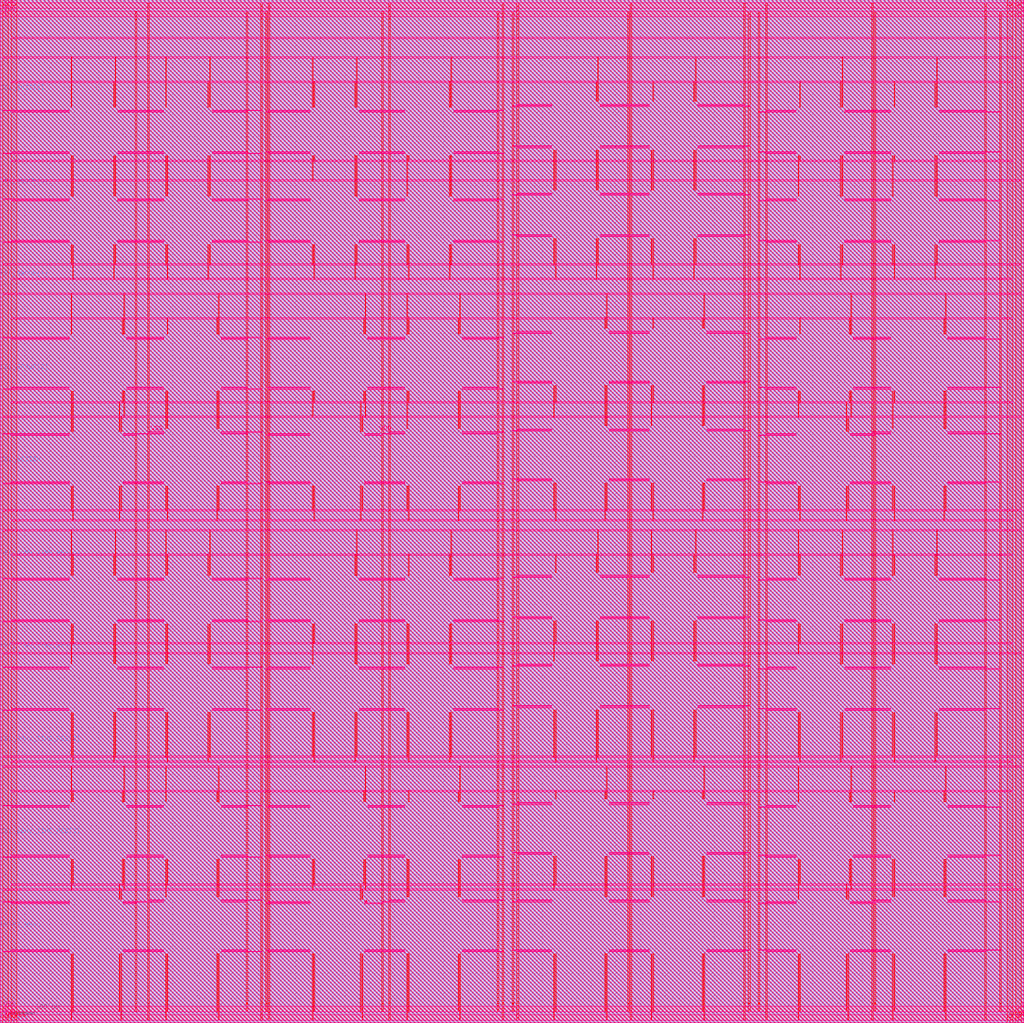
<source format=lef>
##
## LEF for PtnCells ;
## created by Innovus v18.10-p002_1 on Tue Oct 27 22:00:12 2020
##

VERSION 5.8 ;

BUSBITCHARS "[]" ;
DIVIDERCHAR "/" ;

MACRO temp_wrapper
  CLASS BLOCK ;
  SIZE 2078.280000 BY 2078.080000 ;
  FOREIGN temp_wrapper 0.000000 0.000000 ;
  ORIGIN 0 0 ;
  SYMMETRY X Y R90 ;
  PIN RESET_REGn
    DIRECTION INPUT ;
    USE SIGNAL ;
    ANTENNAPARTIALMETALAREA 13.7884 LAYER met3  ;
    ANTENNAPARTIALMETALSIDEAREA 74 LAYER met3  ;
    ANTENNAMODEL OXIDE1 ;
    ANTENNAGATEAREA 17.766 LAYER met3  ;
    ANTENNAMAXAREACAR 10.4844 LAYER met3  ;
    ANTENNAMAXSIDEAREACAR 51.6182 LAYER met3  ;
    ANTENNAPARTIALCUTAREA 0.04 LAYER via3  ;
    ANTENNAMAXCUTCAR 0.125802 LAYER via3  ;
    ANTENNAPARTIALMETALAREA 384.642 LAYER met4  ;
    ANTENNAPARTIALMETALSIDEAREA 2054.24 LAYER met4  ;
    ANTENNAGATEAREA 947.52 LAYER met4  ;
    ANTENNAMAXAREACAR 32.4314 LAYER met4  ;
    ANTENNAMAXSIDEAREACAR 161.604 LAYER met4  ;
    ANTENNAMAXCUTCAR 0.500997 LAYER via4  ;
    PORT
      LAYER met3 ;
        RECT 0.000000 189.180000 0.800000 189.480000 ;
    END
  END RESET_REGn
  PIN SEL_CONV_TIME_REG[3]
    DIRECTION INPUT ;
    USE SIGNAL ;
    ANTENNAPARTIALMETALAREA 336.405 LAYER met3  ;
    ANTENNAPARTIALMETALSIDEAREA 1798.37 LAYER met3  ;
    ANTENNAMODEL OXIDE1 ;
    ANTENNAGATEAREA 9.423 LAYER met3  ;
    ANTENNAMAXAREACAR 112.51 LAYER met3  ;
    ANTENNAMAXSIDEAREACAR 571.006 LAYER met3  ;
    ANTENNAPARTIALCUTAREA 0.04 LAYER via3  ;
    ANTENNAMAXCUTCAR 0.412489 LAYER via3  ;
    ANTENNAPARTIALMETALAREA 234.184 LAYER met4  ;
    ANTENNAPARTIALMETALSIDEAREA 1251.33 LAYER met4  ;
    ANTENNAGATEAREA 33.696 LAYER met4  ;
    ANTENNAMAXAREACAR 120.191 LAYER met4  ;
    ANTENNAMAXSIDEAREACAR 611.581 LAYER met4  ;
    ANTENNAMAXCUTCAR 0.435559 LAYER via4  ;
    PORT
      LAYER met3 ;
        RECT 0.000000 378.280000 0.800000 378.580000 ;
    END
  END SEL_CONV_TIME_REG[3]
  PIN SEL_CONV_TIME_REG[2]
    DIRECTION INPUT ;
    USE SIGNAL ;
    ANTENNAPARTIALMETALAREA 1033.57 LAYER met3  ;
    ANTENNAPARTIALMETALSIDEAREA 5530.18 LAYER met3  ;
    ANTENNAMODEL OXIDE1 ;
    ANTENNAGATEAREA 56.889 LAYER met3  ;
    ANTENNAMAXAREACAR 70.1185 LAYER met3  ;
    ANTENNAMAXSIDEAREACAR 351.733 LAYER met3  ;
    ANTENNAPARTIALCUTAREA 0.08 LAYER via3  ;
    ANTENNAMAXCUTCAR 0.542416 LAYER via3  ;
    ANTENNAPARTIALMETALAREA 80.4975 LAYER met4  ;
    ANTENNAPARTIALMETALSIDEAREA 430.256 LAYER met4  ;
    ANTENNAGATEAREA 77.472 LAYER met4  ;
    ANTENNAMAXAREACAR 71.1575 LAYER met4  ;
    ANTENNAMAXSIDEAREACAR 358.735 LAYER met4  ;
    ANTENNAMAXCUTCAR 0.542416 LAYER via4  ;
    PORT
      LAYER met3 ;
        RECT 0.000000 566.770000 0.800000 567.070000 ;
    END
  END SEL_CONV_TIME_REG[2]
  PIN SEL_CONV_TIME_REG[1]
    DIRECTION INPUT ;
    USE SIGNAL ;
    ANTENNAPARTIALMETALAREA 359.376 LAYER met3  ;
    ANTENNAPARTIALMETALSIDEAREA 1922.26 LAYER met3  ;
    ANTENNAMODEL OXIDE1 ;
    ANTENNAGATEAREA 48.672 LAYER met3  ;
    ANTENNAMAXAREACAR 79.2607 LAYER met3  ;
    ANTENNAMAXSIDEAREACAR 395.615 LAYER met3  ;
    ANTENNAPARTIALCUTAREA 0.08 LAYER via3  ;
    ANTENNAMAXCUTCAR 0.461846 LAYER via3  ;
    ANTENNAPARTIALMETALAREA 90.3372 LAYER met4  ;
    ANTENNAPARTIALMETALSIDEAREA 478.584 LAYER met4  ;
    ANTENNAGATEAREA 86.022 LAYER met4  ;
    ANTENNAMAXAREACAR 80.3109 LAYER met4  ;
    ANTENNAMAXSIDEAREACAR 401.179 LAYER met4  ;
    ANTENNAPARTIALCUTAREA 0.64 LAYER via4  ;
    ANTENNAMAXCUTCAR 0.469286 LAYER via4  ;
    ANTENNAPARTIALMETALAREA 116.272 LAYER met5  ;
    ANTENNAPARTIALMETALSIDEAREA 178.248 LAYER met5  ;
    ANTENNAGATEAREA 113.184 LAYER met5  ;
    ANTENNAMAXAREACAR 81.3381 LAYER met5  ;
    ANTENNAMAXSIDEAREACAR 424.821 LAYER met5  ;
    PORT
      LAYER met3 ;
        RECT 0.000000 755.870000 0.800000 756.170000 ;
    END
  END SEL_CONV_TIME_REG[1]
  PIN SEL_CONV_TIME_REG[0]
    DIRECTION INPUT ;
    USE SIGNAL ;
    ANTENNAPARTIALMETALAREA 797.629 LAYER met3  ;
    ANTENNAPARTIALMETALSIDEAREA 4263.37 LAYER met3  ;
    ANTENNAMODEL OXIDE1 ;
    ANTENNAGATEAREA 53.928 LAYER met3  ;
    ANTENNAMAXAREACAR 53.5513 LAYER met3  ;
    ANTENNAMAXSIDEAREACAR 269.248 LAYER met3  ;
    ANTENNAPARTIALCUTAREA 0.04 LAYER via3  ;
    ANTENNAMAXCUTCAR 0.375514 LAYER via3  ;
    ANTENNAPARTIALMETALAREA 153.476 LAYER met4  ;
    ANTENNAPARTIALMETALSIDEAREA 819.472 LAYER met4  ;
    ANTENNAGATEAREA 88.416 LAYER met4  ;
    ANTENNAMAXAREACAR 55.2871 LAYER met4  ;
    ANTENNAMAXSIDEAREACAR 278.517 LAYER met4  ;
    ANTENNAMAXCUTCAR 0.426692 LAYER via4  ;
    PORT
      LAYER met3 ;
        RECT 0.000000 944.360000 0.800000 944.660000 ;
    END
  END SEL_CONV_TIME_REG[0]
  PIN CLK_REF
    DIRECTION INPUT ;
    USE SIGNAL ;
    ANTENNAPARTIALMETALAREA 184.311 LAYER met3  ;
    ANTENNAPARTIALMETALSIDEAREA 983.456 LAYER met3  ;
    ANTENNAPARTIALCUTAREA 0.04 LAYER via3  ;
    ANTENNAPARTIALMETALAREA 0.6516 LAYER met4  ;
    ANTENNAPARTIALMETALSIDEAREA 4.416 LAYER met4  ;
    ANTENNAMODEL OXIDE1 ;
    ANTENNAGATEAREA 0.576 LAYER met4  ;
    ANTENNAMAXAREACAR 4.69358 LAYER met4  ;
    ANTENNAMAXSIDEAREACAR 24.9583 LAYER met4  ;
    ANTENNAMAXCUTCAR 0.228125 LAYER via4  ;
    PORT
      LAYER met3 ;
        RECT 0.000000 0.690000 0.800000 0.990000 ;
    END
  END CLK_REF
  PIN SEL_DESIGN
    DIRECTION INPUT ;
    USE SIGNAL ;
    ANTENNAPARTIALMETALAREA 32.052 LAYER met3  ;
    ANTENNAPARTIALMETALSIDEAREA 171.88 LAYER met3  ;
    ANTENNAMODEL OXIDE1 ;
    ANTENNAGATEAREA 1.305 LAYER met3  ;
    ANTENNAMAXAREACAR 52.4669 LAYER met3  ;
    ANTENNAMAXSIDEAREACAR 268.231 LAYER met3  ;
    ANTENNAMAXCUTCAR 0.369293 LAYER via3  ;
    PORT
      LAYER met3 ;
        RECT 0.000000 1133.460000 0.800000 1133.760000 ;
    END
  END SEL_DESIGN
  PIN SEL_GROUP[2]
    DIRECTION INPUT ;
    USE SIGNAL ;
    ANTENNAPARTIALMETALAREA 11.3424 LAYER met3  ;
    ANTENNAPARTIALMETALSIDEAREA 60.488 LAYER met3  ;
    ANTENNAMODEL OXIDE1 ;
    ANTENNAGATEAREA 1.8 LAYER met3  ;
    ANTENNAMAXAREACAR 65.4575 LAYER met3  ;
    ANTENNAMAXSIDEAREACAR 326.368 LAYER met3  ;
    ANTENNAMAXCUTCAR 0.229899 LAYER via3  ;
    PORT
      LAYER met3 ;
        RECT 0.000000 1321.950000 0.800000 1322.250000 ;
    END
  END SEL_GROUP[2]
  PIN SEL_GROUP[1]
    DIRECTION INPUT ;
    USE SIGNAL ;
    ANTENNAPARTIALMETALAREA 12.291 LAYER met3  ;
    ANTENNAPARTIALMETALSIDEAREA 67.288 LAYER met3  ;
    ANTENNAMODEL OXIDE1 ;
    ANTENNAGATEAREA 1.8 LAYER met3  ;
    ANTENNAMAXAREACAR 12.5856 LAYER met3  ;
    ANTENNAMAXSIDEAREACAR 60.1353 LAYER met3  ;
    ANTENNAMAXCUTCAR 0.530909 LAYER via3  ;
    PORT
      LAYER met3 ;
        RECT 0.000000 1511.050000 0.800000 1511.350000 ;
    END
  END SEL_GROUP[1]
  PIN SEL_GROUP[0]
    DIRECTION INPUT ;
    USE SIGNAL ;
    ANTENNAPARTIALMETALAREA 10.6332 LAYER met3  ;
    ANTENNAPARTIALMETALSIDEAREA 57.176 LAYER met3  ;
    ANTENNAMODEL OXIDE1 ;
    ANTENNAGATEAREA 2.0475 LAYER met3  ;
    ANTENNAMAXAREACAR 50.5838 LAYER met3  ;
    ANTENNAMAXSIDEAREACAR 252.106 LAYER met3  ;
    ANTENNAMAXCUTCAR 0.278788 LAYER via3  ;
    PORT
      LAYER met3 ;
        RECT 0.000000 1699.540000 0.800000 1699.840000 ;
    END
  END SEL_GROUP[0]
  PIN SEL_INST[1]
    DIRECTION INPUT ;
    USE SIGNAL ;
    ANTENNAPARTIALMETALAREA 34.6566 LAYER met3  ;
    ANTENNAPARTIALMETALSIDEAREA 186.568 LAYER met3  ;
    ANTENNAMODEL OXIDE1 ;
    ANTENNAGATEAREA 1.0575 LAYER met3  ;
    ANTENNAMAXAREACAR 34.596 LAYER met3  ;
    ANTENNAMAXSIDEAREACAR 183.187 LAYER met3  ;
    ANTENNAMAXCUTCAR 0.369293 LAYER via3  ;
    PORT
      LAYER met3 ;
        RECT 0.000000 1888.640000 0.800000 1888.940000 ;
    END
  END SEL_INST[1]
  PIN SEL_INST[0]
    DIRECTION INPUT ;
    USE SIGNAL ;
    ANTENNAPARTIALMETALAREA 33.3738 LAYER met3  ;
    ANTENNAPARTIALMETALSIDEAREA 180.6 LAYER met3  ;
    ANTENNAMODEL OXIDE1 ;
    ANTENNAGATEAREA 1.485 LAYER met3  ;
    ANTENNAMAXAREACAR 24.5636 LAYER met3  ;
    ANTENNAMAXSIDEAREACAR 128.752 LAYER met3  ;
    ANTENNAMAXCUTCAR 0.369293 LAYER via3  ;
    PORT
      LAYER met3 ;
        RECT 0.000000 2077.740000 0.800000 2078.040000 ;
    END
  END SEL_INST[0]
  PIN CLK_OUT
    DIRECTION OUTPUT ;
    USE SIGNAL ;
    ANTENNADIFFAREA 0.4455 LAYER met3  ;
    ANTENNAPARTIALMETALAREA 12.9504 LAYER met3  ;
    ANTENNAPARTIALMETALSIDEAREA 69.064 LAYER met3  ;
    PORT
      LAYER met3 ;
        RECT 2077.480000 1994.780000 2078.280000 1995.080000 ;
    END
  END CLK_OUT
  PIN DOUT[23]
    DIRECTION OUTPUT ;
    USE SIGNAL ;
    ANTENNADIFFAREA 1.431 LAYER met3  ;
    ANTENNAPARTIALMETALAREA 43.6344 LAYER met3  ;
    ANTENNAPARTIALMETALSIDEAREA 232.712 LAYER met3  ;
    PORT
      LAYER met3 ;
        RECT 2077.480000 1911.820000 2078.280000 1912.120000 ;
    END
  END DOUT[23]
  PIN DOUT[22]
    DIRECTION OUTPUT ;
    USE SIGNAL ;
    ANTENNADIFFAREA 0.3406 LAYER met3  ;
    ANTENNAPARTIALMETALAREA 22.8414 LAYER met3  ;
    ANTENNAPARTIALMETALSIDEAREA 121.816 LAYER met3  ;
    PORT
      LAYER met3 ;
        RECT 2077.480000 1828.860000 2078.280000 1829.160000 ;
    END
  END DOUT[22]
  PIN DOUT[21]
    DIRECTION OUTPUT ;
    USE SIGNAL ;
    ANTENNADIFFAREA 0.4455 LAYER met3  ;
    ANTENNAPARTIALMETALAREA 37.7004 LAYER met3  ;
    ANTENNAPARTIALMETALSIDEAREA 201.064 LAYER met3  ;
    PORT
      LAYER met3 ;
        RECT 2077.480000 1745.900000 2078.280000 1746.200000 ;
    END
  END DOUT[21]
  PIN DOUT[20]
    DIRECTION OUTPUT ;
    USE SIGNAL ;
    ANTENNADIFFAREA 0.3406 LAYER met3  ;
    ANTENNAPARTIALMETALAREA 31.1214 LAYER met3  ;
    ANTENNAPARTIALMETALSIDEAREA 165.976 LAYER met3  ;
    PORT
      LAYER met3 ;
        RECT 2077.480000 1662.330000 2078.280000 1662.630000 ;
    END
  END DOUT[20]
  PIN DOUT[19]
    DIRECTION OUTPUT ;
    USE SIGNAL ;
    ANTENNADIFFAREA 0.7155 LAYER met3  ;
    ANTENNAPARTIALMETALAREA 49.6392 LAYER met3  ;
    ANTENNAPARTIALMETALSIDEAREA 265.208 LAYER met3  ;
    PORT
      LAYER met3 ;
        RECT 2077.480000 1579.370000 2078.280000 1579.670000 ;
    END
  END DOUT[19]
  PIN DOUT[18]
    DIRECTION OUTPUT ;
    USE SIGNAL ;
    ANTENNADIFFAREA 0.7155 LAYER met3  ;
    ANTENNAPARTIALMETALAREA 53.439 LAYER met3  ;
    ANTENNAPARTIALMETALSIDEAREA 285.944 LAYER met3  ;
    PORT
      LAYER met3 ;
        RECT 2077.480000 1496.410000 2078.280000 1496.710000 ;
    END
  END DOUT[18]
  PIN DOUT[17]
    DIRECTION OUTPUT ;
    USE SIGNAL ;
    ANTENNADIFFAREA 0.7155 LAYER met3  ;
    ANTENNAPARTIALMETALAREA 12.0324 LAYER met3  ;
    ANTENNAPARTIALMETALSIDEAREA 64.168 LAYER met3  ;
    PORT
      LAYER met3 ;
        RECT 2077.480000 1413.450000 2078.280000 1413.750000 ;
    END
  END DOUT[17]
  PIN DOUT[16]
    DIRECTION OUTPUT ;
    USE SIGNAL ;
    ANTENNADIFFAREA 0.7155 LAYER met3  ;
    ANTENNAPARTIALMETALAREA 32.3634 LAYER met3  ;
    ANTENNAPARTIALMETALSIDEAREA 172.6 LAYER met3  ;
    PORT
      LAYER met3 ;
        RECT 2077.480000 1330.490000 2078.280000 1330.790000 ;
    END
  END DOUT[16]
  PIN DOUT[15]
    DIRECTION OUTPUT ;
    USE SIGNAL ;
    ANTENNADIFFAREA 0.7155 LAYER met3  ;
    ANTENNAPARTIALMETALAREA 37.3314 LAYER met3  ;
    ANTENNAPARTIALMETALSIDEAREA 199.096 LAYER met3  ;
    PORT
      LAYER met3 ;
        RECT 2077.480000 1246.920000 2078.280000 1247.220000 ;
    END
  END DOUT[15]
  PIN DOUT[14]
    DIRECTION OUTPUT ;
    USE SIGNAL ;
    ANTENNADIFFAREA 0.7155 LAYER met3  ;
    ANTENNAPARTIALMETALAREA 52.0332 LAYER met3  ;
    ANTENNAPARTIALMETALSIDEAREA 277.976 LAYER met3  ;
    PORT
      LAYER met3 ;
        RECT 2077.480000 1163.960000 2078.280000 1164.260000 ;
    END
  END DOUT[14]
  PIN DOUT[13]
    DIRECTION OUTPUT ;
    USE SIGNAL ;
    ANTENNADIFFAREA 0.7155 LAYER met3  ;
    ANTENNAPARTIALMETALAREA 114.73 LAYER met3  ;
    ANTENNAPARTIALMETALSIDEAREA 612.36 LAYER met3  ;
    PORT
      LAYER met3 ;
        RECT 2077.480000 1081.000000 2078.280000 1081.300000 ;
    END
  END DOUT[13]
  PIN DOUT[12]
    DIRECTION OUTPUT ;
    USE SIGNAL ;
    ANTENNADIFFAREA 0.439 LAYER met3  ;
    ANTENNAPARTIALMETALAREA 42.3924 LAYER met3  ;
    ANTENNAPARTIALMETALSIDEAREA 226.088 LAYER met3  ;
    PORT
      LAYER met3 ;
        RECT 2077.480000 998.040000 2078.280000 998.340000 ;
    END
  END DOUT[12]
  PIN DOUT[11]
    DIRECTION OUTPUT ;
    USE SIGNAL ;
    ANTENNADIFFAREA 0.7155 LAYER met3  ;
    ANTENNAPARTIALMETALAREA 35.8584 LAYER met3  ;
    ANTENNAPARTIALMETALSIDEAREA 191.24 LAYER met3  ;
    PORT
      LAYER met3 ;
        RECT 2077.480000 915.080000 2078.280000 915.380000 ;
    END
  END DOUT[11]
  PIN DOUT[10]
    DIRECTION OUTPUT ;
    USE SIGNAL ;
    ANTENNADIFFAREA 0.7155 LAYER met3  ;
    ANTENNAPARTIALMETALAREA 142.975 LAYER met3  ;
    ANTENNAPARTIALMETALSIDEAREA 763 LAYER met3  ;
    PORT
      LAYER met3 ;
        RECT 2077.480000 831.510000 2078.280000 831.810000 ;
    END
  END DOUT[10]
  PIN DOUT[9]
    DIRECTION OUTPUT ;
    USE SIGNAL ;
    ANTENNAPARTIALMETALAREA 230.216 LAYER met3  ;
    ANTENNAPARTIALMETALSIDEAREA 1227.81 LAYER met3  ;
    ANTENNAPARTIALCUTAREA 0.04 LAYER via3  ;
    ANTENNAPARTIALMETALAREA 1.6408 LAYER met4  ;
    ANTENNAPARTIALMETALSIDEAREA 5.096 LAYER met4  ;
    ANTENNAPARTIALCUTAREA 0.64 LAYER via4  ;
    ANTENNADIFFAREA 0.7155 LAYER met5  ;
    ANTENNAPARTIALMETALAREA 205.264 LAYER met5  ;
    ANTENNAPARTIALMETALSIDEAREA 311.736 LAYER met5  ;
    PORT
      LAYER met3 ;
        RECT 2077.480000 748.550000 2078.280000 748.850000 ;
    END
  END DOUT[9]
  PIN DOUT[8]
    DIRECTION OUTPUT ;
    USE SIGNAL ;
    ANTENNADIFFAREA 0.7155 LAYER met3  ;
    ANTENNAPARTIALMETALAREA 269.65 LAYER met3  ;
    ANTENNAPARTIALMETALSIDEAREA 1438.6 LAYER met3  ;
    PORT
      LAYER met3 ;
        RECT 2077.480000 665.590000 2078.280000 665.890000 ;
    END
  END DOUT[8]
  PIN DOUT[7]
    DIRECTION OUTPUT ;
    USE SIGNAL ;
    ANTENNADIFFAREA 0.7155 LAYER met3  ;
    ANTENNAPARTIALMETALAREA 20.2194 LAYER met3  ;
    ANTENNAPARTIALMETALSIDEAREA 107.832 LAYER met3  ;
    PORT
      LAYER met3 ;
        RECT 2077.480000 582.630000 2078.280000 582.930000 ;
    END
  END DOUT[7]
  PIN DOUT[6]
    DIRECTION OUTPUT ;
    USE SIGNAL ;
    ANTENNADIFFAREA 0.7155 LAYER met3  ;
    ANTENNAPARTIALMETALAREA 43.4964 LAYER met3  ;
    ANTENNAPARTIALMETALSIDEAREA 231.976 LAYER met3  ;
    PORT
      LAYER met3 ;
        RECT 2077.480000 499.670000 2078.280000 499.970000 ;
    END
  END DOUT[6]
  PIN DOUT[5]
    DIRECTION OUTPUT ;
    USE SIGNAL ;
    ANTENNADIFFAREA 0.7155 LAYER met3  ;
    ANTENNAPARTIALMETALAREA 31.8114 LAYER met3  ;
    ANTENNAPARTIALMETALSIDEAREA 169.656 LAYER met3  ;
    PORT
      LAYER met3 ;
        RECT 2077.480000 416.710000 2078.280000 417.010000 ;
    END
  END DOUT[5]
  PIN DOUT[4]
    DIRECTION OUTPUT ;
    USE SIGNAL ;
    ANTENNADIFFAREA 0.3406 LAYER met3  ;
    ANTENNAPARTIALMETALAREA 32.3634 LAYER met3  ;
    ANTENNAPARTIALMETALSIDEAREA 172.6 LAYER met3  ;
    PORT
      LAYER met3 ;
        RECT 2077.480000 333.140000 2078.280000 333.440000 ;
    END
  END DOUT[4]
  PIN DOUT[3]
    DIRECTION OUTPUT ;
    USE SIGNAL ;
    ANTENNADIFFAREA 0.4455 LAYER met3  ;
    ANTENNAPARTIALMETALAREA 32.7324 LAYER met3  ;
    ANTENNAPARTIALMETALSIDEAREA 174.568 LAYER met3  ;
    PORT
      LAYER met3 ;
        RECT 2077.480000 250.180000 2078.280000 250.480000 ;
    END
  END DOUT[3]
  PIN DOUT[2]
    DIRECTION OUTPUT ;
    USE SIGNAL ;
    ANTENNADIFFAREA 0.7952 LAYER met3  ;
    ANTENNAPARTIALMETALAREA 33.4674 LAYER met3  ;
    ANTENNAPARTIALMETALSIDEAREA 178.488 LAYER met3  ;
    PORT
      LAYER met3 ;
        RECT 2077.480000 167.220000 2078.280000 167.520000 ;
    END
  END DOUT[2]
  PIN DOUT[1]
    DIRECTION OUTPUT ;
    USE SIGNAL ;
    ANTENNADIFFAREA 0.4455 LAYER met3  ;
    ANTENNAPARTIALMETALAREA 38.9424 LAYER met3  ;
    ANTENNAPARTIALMETALSIDEAREA 207.688 LAYER met3  ;
    PORT
      LAYER met3 ;
        RECT 2077.480000 84.260000 2078.280000 84.560000 ;
    END
  END DOUT[1]
  PIN DOUT[0]
    DIRECTION OUTPUT ;
    USE SIGNAL ;
    ANTENNADIFFAREA 0.4455 LAYER met3  ;
    ANTENNAPARTIALMETALAREA 9.9624 LAYER met3  ;
    ANTENNAPARTIALMETALSIDEAREA 53.128 LAYER met3  ;
    PORT
      LAYER met3 ;
        RECT 2077.480000 1.300000 2078.280000 1.600000 ;
    END
  END DOUT[0]
  PIN DONE
    DIRECTION OUTPUT ;
    USE SIGNAL ;
    ANTENNADIFFAREA 0.4455 LAYER met3  ;
    ANTENNAPARTIALMETALAREA 33.4674 LAYER met3  ;
    ANTENNAPARTIALMETALSIDEAREA 178.488 LAYER met3  ;
    PORT
      LAYER met3 ;
        RECT 2077.480000 2077.740000 2078.280000 2078.040000 ;
    END
  END DONE
  PIN VSS
    DIRECTION INOUT ;
    USE GROUND ;
    PORT
      LAYER met4 ;
        RECT 2044.780000 2066.880000 2055.980000 2078.080000 ;
    END
    PORT
      LAYER met4 ;
        RECT 2044.780000 0.000000 2055.980000 11.200000 ;
    END
    PORT
      LAYER met4 ;
        RECT 22.300000 2066.880000 33.500000 2078.080000 ;
    END
    PORT
      LAYER met4 ;
        RECT 22.300000 0.000000 33.500000 11.200000 ;
    END
    PORT
      LAYER met5 ;
        RECT 2067.080000 2043.900000 2078.280000 2055.100000 ;
    END
    PORT
      LAYER met5 ;
        RECT 0.000000 2043.900000 11.200000 2055.100000 ;
    END
    PORT
      LAYER met5 ;
        RECT 2067.080000 22.300000 2078.280000 33.500000 ;
    END
    PORT
      LAYER met5 ;
        RECT 0.000000 22.300000 11.200000 33.500000 ;
    END

# P/G power stripe data as pin
    PORT
      LAYER met4 ;
        RECT 1039.100000 39.100000 1042.300000 2038.300000 ;
        RECT 22.300000 0.000000 33.500000 2078.080000 ;
        RECT 274.100000 39.100000 277.300000 2038.300000 ;
        RECT 499.100000 39.100000 502.300000 2038.300000 ;
        RECT 539.100000 39.100000 542.300000 2038.300000 ;
        RECT 774.100000 39.100000 777.300000 2038.300000 ;
        RECT 1009.100000 39.100000 1012.300000 2038.300000 ;
        RECT 146.940000 1019.100000 148.540000 1090.640000 ;
        RECT 241.500000 1019.100000 243.100000 1090.640000 ;
        RECT 338.780000 1019.100000 340.380000 1090.640000 ;
        RECT 439.580000 1019.100000 441.180000 1090.640000 ;
        RECT 636.860000 1019.100000 638.460000 1090.640000 ;
        RECT 731.420000 1019.100000 733.020000 1090.640000 ;
        RECT 828.700000 1019.100000 830.300000 1090.640000 ;
        RECT 929.500000 1019.100000 931.100000 1090.640000 ;
        RECT 2044.780000 0.000000 2055.980000 2078.080000 ;
        RECT 1274.100000 39.100000 1277.300000 2038.300000 ;
        RECT 1519.100000 39.100000 1522.300000 2038.300000 ;
        RECT 1539.100000 39.100000 1542.300000 2038.300000 ;
        RECT 1774.100000 39.100000 1777.300000 2038.300000 ;
        RECT 2029.100000 39.100000 2032.300000 2038.300000 ;
        RECT 1622.940000 1019.100000 1624.540000 1090.640000 ;
        RECT 1717.500000 1019.100000 1719.100000 1090.640000 ;
        RECT 1814.780000 1019.100000 1816.380000 1090.640000 ;
        RECT 1915.580000 1019.100000 1917.180000 1090.640000 ;
        RECT 1126.780000 1019.100000 1128.380000 1096.560000 ;
        RECT 1227.580000 1019.100000 1229.180000 1096.560000 ;
        RECT 1324.860000 1019.100000 1326.460000 1096.560000 ;
        RECT 1425.660000 1019.100000 1427.260000 1096.560000 ;
        RECT 1039.100000 22.300000 1042.300000 39.100000 ;
        RECT 241.500000 250.410000 243.100000 282.300000 ;
        RECT 439.580000 256.330000 441.180000 282.300000 ;
        RECT 241.500000 22.300000 243.100000 139.900000 ;
        RECT 146.940000 22.300000 148.540000 139.900000 ;
        RECT 439.580000 22.300000 441.180000 139.900000 ;
        RECT 338.780000 22.300000 340.380000 139.900000 ;
        RECT 274.100000 22.300000 277.300000 39.100000 ;
        RECT 499.100000 22.300000 502.300000 39.100000 ;
        RECT 247.740000 279.100000 249.340000 332.010000 ;
        RECT 146.940000 279.100000 148.540000 332.010000 ;
        RECT 247.740000 448.440000 249.340000 472.300000 ;
        RECT 146.940000 448.440000 148.540000 472.300000 ;
        RECT 338.780000 279.100000 340.380000 332.010000 ;
        RECT 439.580000 279.100000 441.180000 332.010000 ;
        RECT 439.580000 448.440000 441.180000 472.300000 ;
        RECT 731.420000 250.410000 733.020000 282.300000 ;
        RECT 929.500000 256.330000 931.100000 282.300000 ;
        RECT 828.700000 256.330000 830.300000 282.300000 ;
        RECT 731.420000 22.300000 733.020000 139.900000 ;
        RECT 636.860000 22.300000 638.460000 139.900000 ;
        RECT 539.100000 22.300000 542.300000 39.100000 ;
        RECT 774.100000 22.300000 777.300000 39.100000 ;
        RECT 929.500000 22.300000 931.100000 139.900000 ;
        RECT 828.700000 22.300000 830.300000 139.900000 ;
        RECT 1009.100000 22.300000 1012.300000 39.100000 ;
        RECT 636.860000 279.100000 638.460000 332.010000 ;
        RECT 737.660000 279.100000 739.260000 332.010000 ;
        RECT 737.660000 448.440000 739.260000 472.300000 ;
        RECT 828.700000 279.100000 830.300000 332.010000 ;
        RECT 929.500000 279.100000 931.100000 332.010000 ;
        RECT 828.700000 448.440000 830.300000 472.300000 ;
        RECT 929.500000 448.440000 931.100000 472.300000 ;
        RECT 421.780000 769.100000 423.380000 810.340000 ;
        RECT 338.780000 769.100000 340.380000 810.340000 ;
        RECT 229.940000 769.100000 231.540000 810.340000 ;
        RECT 146.940000 769.100000 148.540000 810.340000 ;
        RECT 229.940000 529.100000 231.540000 630.040000 ;
        RECT 146.940000 529.100000 148.540000 630.040000 ;
        RECT 229.940000 728.740000 231.540000 772.300000 ;
        RECT 338.780000 529.100000 340.380000 630.040000 ;
        RECT 421.780000 529.100000 423.380000 630.040000 ;
        RECT 338.780000 728.740000 340.380000 772.300000 ;
        RECT 421.780000 728.740000 423.380000 772.300000 ;
        RECT 229.940000 909.040000 231.540000 952.300000 ;
        RECT 146.940000 909.040000 148.540000 952.300000 ;
        RECT 421.780000 909.040000 423.380000 952.300000 ;
        RECT 338.780000 909.040000 340.380000 952.300000 ;
        RECT 911.700000 769.100000 913.300000 810.340000 ;
        RECT 828.700000 769.100000 830.300000 810.340000 ;
        RECT 719.860000 769.100000 721.460000 810.340000 ;
        RECT 636.860000 769.100000 638.460000 810.340000 ;
        RECT 636.860000 529.100000 638.460000 630.040000 ;
        RECT 719.860000 529.100000 721.460000 630.040000 ;
        RECT 719.860000 728.740000 721.460000 772.300000 ;
        RECT 828.700000 529.100000 830.300000 630.040000 ;
        RECT 911.700000 529.100000 913.300000 630.040000 ;
        RECT 828.700000 728.740000 830.300000 772.300000 ;
        RECT 911.700000 728.740000 913.300000 772.300000 ;
        RECT 719.860000 909.040000 721.460000 952.300000 ;
        RECT 828.700000 909.040000 830.300000 952.300000 ;
        RECT 911.700000 909.040000 913.300000 952.300000 ;
        RECT 1425.660000 256.330000 1427.260000 282.300000 ;
        RECT 1324.860000 256.330000 1326.460000 282.300000 ;
        RECT 1227.580000 256.330000 1229.180000 282.300000 ;
        RECT 1227.580000 22.300000 1229.180000 139.900000 ;
        RECT 1126.780000 22.300000 1128.380000 139.900000 ;
        RECT 1274.100000 22.300000 1277.300000 39.100000 ;
        RECT 1425.660000 22.300000 1427.260000 139.900000 ;
        RECT 1324.860000 22.300000 1326.460000 139.900000 ;
        RECT 1519.100000 22.300000 1522.300000 39.100000 ;
        RECT 1539.100000 22.300000 1542.300000 39.100000 ;
        RECT 1126.780000 279.100000 1128.380000 337.930000 ;
        RECT 1227.580000 279.100000 1229.180000 337.930000 ;
        RECT 1126.780000 454.360000 1128.380000 472.300000 ;
        RECT 1227.580000 454.360000 1229.180000 472.300000 ;
        RECT 1425.660000 279.100000 1427.260000 337.930000 ;
        RECT 1324.860000 279.100000 1326.460000 337.930000 ;
        RECT 1425.660000 454.360000 1427.260000 472.300000 ;
        RECT 1324.860000 454.360000 1326.460000 472.300000 ;
        RECT 1717.500000 250.410000 1719.100000 282.300000 ;
        RECT 1915.580000 256.330000 1917.180000 282.300000 ;
        RECT 1814.780000 256.330000 1816.380000 282.300000 ;
        RECT 1814.780000 22.300000 1816.380000 139.900000 ;
        RECT 1717.500000 22.300000 1719.100000 139.900000 ;
        RECT 1622.940000 22.300000 1624.540000 139.900000 ;
        RECT 1774.100000 22.300000 1777.300000 39.100000 ;
        RECT 1915.580000 22.300000 1917.180000 139.900000 ;
        RECT 2029.100000 22.300000 2032.300000 39.100000 ;
        RECT 1622.940000 279.100000 1624.540000 332.010000 ;
        RECT 1723.740000 279.100000 1725.340000 332.010000 ;
        RECT 1814.780000 279.100000 1816.380000 332.010000 ;
        RECT 1814.780000 448.440000 1816.380000 472.300000 ;
        RECT 1723.740000 448.440000 1725.340000 472.300000 ;
        RECT 1915.580000 279.100000 1917.180000 332.010000 ;
        RECT 1915.580000 448.440000 1917.180000 472.300000 ;
        RECT 1407.860000 769.100000 1409.460000 816.260000 ;
        RECT 1324.860000 769.100000 1326.460000 816.260000 ;
        RECT 1209.780000 769.100000 1211.380000 816.260000 ;
        RECT 1126.780000 769.100000 1128.380000 816.260000 ;
        RECT 1126.780000 529.100000 1128.380000 635.960000 ;
        RECT 1209.780000 529.100000 1211.380000 635.960000 ;
        RECT 1209.780000 734.660000 1211.380000 772.300000 ;
        RECT 1407.860000 529.100000 1409.460000 635.960000 ;
        RECT 1324.860000 529.100000 1326.460000 635.960000 ;
        RECT 1324.860000 734.660000 1326.460000 772.300000 ;
        RECT 1407.860000 734.660000 1409.460000 772.300000 ;
        RECT 1126.780000 914.960000 1128.380000 952.300000 ;
        RECT 1209.780000 914.960000 1211.380000 952.300000 ;
        RECT 1324.860000 914.960000 1326.460000 952.300000 ;
        RECT 1407.860000 914.960000 1409.460000 952.300000 ;
        RECT 1897.780000 769.100000 1899.380000 810.340000 ;
        RECT 1814.780000 769.100000 1816.380000 810.340000 ;
        RECT 1705.940000 769.100000 1707.540000 810.340000 ;
        RECT 1622.940000 769.100000 1624.540000 810.340000 ;
        RECT 1622.940000 529.100000 1624.540000 630.040000 ;
        RECT 1814.780000 529.100000 1816.380000 630.040000 ;
        RECT 1705.940000 529.100000 1707.540000 630.040000 ;
        RECT 1705.940000 728.740000 1707.540000 772.300000 ;
        RECT 1814.780000 728.740000 1816.380000 772.300000 ;
        RECT 1897.780000 529.100000 1899.380000 630.040000 ;
        RECT 1897.780000 728.740000 1899.380000 772.300000 ;
        RECT 1814.780000 909.040000 1816.380000 952.300000 ;
        RECT 1705.940000 909.040000 1707.540000 952.300000 ;
        RECT 1622.940000 909.040000 1624.540000 952.300000 ;
        RECT 1897.780000 909.040000 1899.380000 952.300000 ;
        RECT 1039.100000 2038.300000 1042.300000 2055.100000 ;
        RECT 911.700000 1509.100000 913.300000 1580.780000 ;
        RECT 828.700000 1509.100000 830.300000 1580.780000 ;
        RECT 719.860000 1509.100000 721.460000 1580.780000 ;
        RECT 636.860000 1509.100000 638.460000 1580.780000 ;
        RECT 421.780000 1509.100000 423.380000 1580.780000 ;
        RECT 338.780000 1509.100000 340.380000 1580.780000 ;
        RECT 229.940000 1509.100000 231.540000 1580.780000 ;
        RECT 146.940000 1509.100000 148.540000 1580.780000 ;
        RECT 241.500000 1201.150000 243.100000 1262.300000 ;
        RECT 146.940000 1201.150000 148.540000 1262.300000 ;
        RECT 146.940000 1259.100000 148.540000 1282.750000 ;
        RECT 247.740000 1259.100000 249.340000 1282.750000 ;
        RECT 338.780000 1207.070000 340.380000 1262.300000 ;
        RECT 274.100000 1195.780000 279.300000 1197.380000 ;
        RECT 338.780000 1259.100000 340.380000 1282.750000 ;
        RECT 439.580000 1207.070000 441.180000 1262.300000 ;
        RECT 439.580000 1259.100000 441.180000 1282.750000 ;
        RECT 247.740000 1399.180000 249.340000 1432.300000 ;
        RECT 439.580000 1399.180000 441.180000 1432.300000 ;
        RECT 338.780000 1399.180000 340.380000 1432.300000 ;
        RECT 636.860000 1259.100000 638.460000 1282.750000 ;
        RECT 731.420000 1201.150000 733.020000 1262.300000 ;
        RECT 737.660000 1259.100000 739.260000 1282.750000 ;
        RECT 828.700000 1259.100000 830.300000 1282.750000 ;
        RECT 929.500000 1207.070000 931.100000 1262.300000 ;
        RECT 929.500000 1259.100000 931.100000 1282.750000 ;
        RECT 737.660000 1399.180000 739.260000 1432.300000 ;
        RECT 828.700000 1399.180000 830.300000 1432.300000 ;
        RECT 929.500000 1399.180000 931.100000 1432.300000 ;
        RECT 229.940000 1679.480000 231.540000 1752.300000 ;
        RECT 146.940000 1679.480000 148.540000 1752.300000 ;
        RECT 229.940000 1749.100000 231.540000 1761.080000 ;
        RECT 146.940000 1749.100000 148.540000 1761.080000 ;
        RECT 421.780000 1679.480000 423.380000 1752.300000 ;
        RECT 338.780000 1679.480000 340.380000 1752.300000 ;
        RECT 338.780000 1749.100000 340.380000 1761.080000 ;
        RECT 421.780000 1749.100000 423.380000 1761.080000 ;
        RECT 229.940000 1859.780000 231.540000 1912.300000 ;
        RECT 421.780000 1859.780000 423.380000 1912.300000 ;
        RECT 274.100000 2038.300000 277.300000 2055.100000 ;
        RECT 499.100000 2038.300000 502.300000 2055.100000 ;
        RECT 719.860000 1679.480000 721.460000 1752.300000 ;
        RECT 636.860000 1749.100000 638.460000 1761.080000 ;
        RECT 719.860000 1749.100000 721.460000 1761.080000 ;
        RECT 911.700000 1679.480000 913.300000 1752.300000 ;
        RECT 828.700000 1749.100000 830.300000 1761.080000 ;
        RECT 911.700000 1749.100000 913.300000 1761.080000 ;
        RECT 636.860000 1859.780000 638.460000 1912.300000 ;
        RECT 719.860000 1859.780000 721.460000 1912.300000 ;
        RECT 539.100000 2038.300000 542.300000 2055.100000 ;
        RECT 774.100000 2038.300000 777.300000 2055.100000 ;
        RECT 911.700000 1859.780000 913.300000 1912.300000 ;
        RECT 1009.100000 2038.300000 1012.300000 2055.100000 ;
        RECT 1407.860000 1509.100000 1409.460000 1592.620000 ;
        RECT 1324.860000 1509.100000 1326.460000 1592.620000 ;
        RECT 1209.780000 1509.100000 1211.380000 1592.620000 ;
        RECT 1126.780000 1509.100000 1128.380000 1592.620000 ;
        RECT 1897.780000 1509.100000 1899.380000 1580.780000 ;
        RECT 1814.780000 1509.100000 1816.380000 1580.780000 ;
        RECT 1705.940000 1509.100000 1707.540000 1580.780000 ;
        RECT 1622.940000 1509.100000 1624.540000 1580.780000 ;
        RECT 1126.780000 1259.100000 1128.380000 1294.590000 ;
        RECT 1227.580000 1212.990000 1229.180000 1262.300000 ;
        RECT 1227.580000 1259.100000 1229.180000 1294.590000 ;
        RECT 1425.660000 1212.990000 1427.260000 1262.300000 ;
        RECT 1324.860000 1259.100000 1326.460000 1294.590000 ;
        RECT 1425.660000 1259.100000 1427.260000 1294.590000 ;
        RECT 1227.580000 1411.020000 1229.180000 1432.300000 ;
        RECT 1324.860000 1411.020000 1326.460000 1432.300000 ;
        RECT 1425.660000 1411.020000 1427.260000 1432.300000 ;
        RECT 1622.940000 1259.100000 1624.540000 1282.750000 ;
        RECT 1717.500000 1201.150000 1719.100000 1262.300000 ;
        RECT 1723.740000 1259.100000 1725.340000 1282.750000 ;
        RECT 1814.780000 1259.100000 1816.380000 1282.750000 ;
        RECT 1915.580000 1207.070000 1917.180000 1262.300000 ;
        RECT 1915.580000 1259.100000 1917.180000 1282.750000 ;
        RECT 1723.740000 1399.180000 1725.340000 1432.300000 ;
        RECT 1622.940000 1399.180000 1624.540000 1432.300000 ;
        RECT 1915.580000 1399.180000 1917.180000 1432.300000 ;
        RECT 1126.780000 1749.100000 1128.380000 1772.920000 ;
        RECT 1126.780000 1691.320000 1128.380000 1752.300000 ;
        RECT 1209.780000 1749.100000 1211.380000 1772.920000 ;
        RECT 1209.780000 1691.320000 1211.380000 1752.300000 ;
        RECT 1407.860000 1749.100000 1409.460000 1772.920000 ;
        RECT 1324.860000 1749.100000 1326.460000 1772.920000 ;
        RECT 1324.860000 1691.320000 1326.460000 1752.300000 ;
        RECT 1407.860000 1691.320000 1409.460000 1752.300000 ;
        RECT 1209.780000 1871.620000 1211.380000 1912.300000 ;
        RECT 1274.100000 2038.300000 1277.300000 2055.100000 ;
        RECT 1324.860000 1871.620000 1326.460000 1912.300000 ;
        RECT 1407.860000 1871.620000 1409.460000 1912.300000 ;
        RECT 1519.100000 2038.300000 1522.300000 2055.100000 ;
        RECT 1539.100000 2038.300000 1542.300000 2055.100000 ;
        RECT 1705.940000 1679.480000 1707.540000 1752.300000 ;
        RECT 1622.940000 1749.100000 1624.540000 1761.080000 ;
        RECT 1705.940000 1749.100000 1707.540000 1761.080000 ;
        RECT 1814.780000 1749.100000 1816.380000 1761.080000 ;
        RECT 1897.780000 1679.480000 1899.380000 1752.300000 ;
        RECT 1897.780000 1749.100000 1899.380000 1761.080000 ;
        RECT 1622.940000 1859.780000 1624.540000 1912.300000 ;
        RECT 1814.780000 1859.780000 1816.380000 1912.300000 ;
        RECT 1705.940000 1859.780000 1707.540000 1912.300000 ;
        RECT 1774.100000 2038.300000 1777.300000 2055.100000 ;
        RECT 1897.780000 1859.780000 1899.380000 1912.300000 ;
        RECT 2029.100000 2038.300000 2032.300000 2055.100000 ;
        RECT 1039.100000 38.860000 1042.300000 39.340000 ;
        RECT 274.100000 38.860000 277.300000 39.340000 ;
        RECT 499.100000 38.860000 502.300000 39.340000 ;
        RECT 539.100000 38.860000 542.300000 39.340000 ;
        RECT 774.100000 38.860000 777.300000 39.340000 ;
        RECT 1009.100000 38.860000 1012.300000 39.340000 ;
        RECT 1274.100000 38.860000 1277.300000 39.340000 ;
        RECT 1519.100000 38.860000 1522.300000 39.340000 ;
        RECT 1539.100000 38.860000 1542.300000 39.340000 ;
        RECT 1774.100000 38.860000 1777.300000 39.340000 ;
        RECT 2029.100000 38.860000 2032.300000 39.340000 ;
        RECT 304.840000 245.040000 306.260000 246.640000 ;
        RECT 304.840000 1195.780000 306.260000 1197.380000 ;
      LAYER met5 ;
        RECT 0.000000 22.300000 2078.280000 33.500000 ;
        RECT 1039.100000 147.000000 1119.740000 148.600000 ;
        RECT 1039.100000 245.040000 1119.740000 246.640000 ;
        RECT 39.100000 279.100000 2039.180000 282.300000 ;
        RECT 1039.100000 345.030000 1119.740000 346.630000 ;
        RECT 1039.100000 443.070000 1119.740000 444.670000 ;
        RECT 39.100000 469.100000 2039.180000 472.300000 ;
        RECT 39.100000 529.100000 2039.180000 532.300000 ;
        RECT 1039.100000 643.180000 1119.740000 644.780000 ;
        RECT 1039.100000 724.140000 1119.740000 725.740000 ;
        RECT 39.100000 769.100000 2039.180000 772.300000 ;
        RECT 1039.100000 823.480000 1119.740000 825.080000 ;
        RECT 1039.100000 904.440000 1119.740000 906.040000 ;
        RECT 39.100000 949.100000 2039.180000 952.300000 ;
        RECT 39.100000 1019.100000 2039.180000 1022.300000 ;
        RECT 250.140000 147.000000 277.300000 148.600000 ;
        RECT 250.140000 241.710000 277.300000 243.310000 ;
        RECT 22.300000 147.000000 139.900000 148.600000 ;
        RECT 22.300000 241.710000 139.900000 243.310000 ;
        RECT 274.100000 147.000000 331.740000 148.600000 ;
        RECT 305.150000 245.040000 331.740000 246.640000 ;
        RECT 448.220000 147.000000 502.300000 148.600000 ;
        RECT 448.220000 245.040000 502.300000 246.640000 ;
        RECT 256.380000 339.110000 277.300000 340.710000 ;
        RECT 256.380000 437.150000 277.300000 438.750000 ;
        RECT 22.300000 339.110000 139.900000 340.710000 ;
        RECT 22.300000 279.100000 39.100000 282.300000 ;
        RECT 22.300000 437.150000 139.900000 438.750000 ;
        RECT 22.300000 469.100000 39.100000 472.300000 ;
        RECT 274.100000 339.110000 331.740000 340.710000 ;
        RECT 448.220000 339.110000 502.300000 340.710000 ;
        RECT 274.100000 437.150000 331.740000 438.750000 ;
        RECT 448.220000 437.150000 502.300000 438.750000 ;
        RECT 774.100000 147.000000 821.660000 148.600000 ;
        RECT 774.100000 245.040000 821.660000 246.640000 ;
        RECT 539.100000 147.000000 629.820000 148.600000 ;
        RECT 539.100000 241.710000 629.820000 243.310000 ;
        RECT 740.060000 147.000000 777.300000 148.600000 ;
        RECT 740.060000 241.710000 777.300000 243.310000 ;
        RECT 938.140000 147.000000 1012.300000 148.600000 ;
        RECT 938.140000 245.040000 1012.300000 246.640000 ;
        RECT 774.100000 339.110000 821.660000 340.710000 ;
        RECT 774.100000 437.150000 821.660000 438.750000 ;
        RECT 539.100000 339.110000 629.820000 340.710000 ;
        RECT 746.300000 339.110000 777.300000 340.710000 ;
        RECT 539.100000 437.150000 629.820000 438.750000 ;
        RECT 746.300000 437.150000 777.300000 438.750000 ;
        RECT 938.140000 339.110000 1012.300000 340.710000 ;
        RECT 938.140000 437.150000 1012.300000 438.750000 ;
        RECT 238.580000 637.260000 277.300000 638.860000 ;
        RECT 238.580000 718.220000 277.300000 719.820000 ;
        RECT 22.300000 637.260000 139.900000 638.860000 ;
        RECT 22.300000 529.100000 39.100000 532.300000 ;
        RECT 22.300000 718.220000 139.900000 719.820000 ;
        RECT 22.300000 769.100000 39.100000 772.300000 ;
        RECT 274.100000 637.260000 331.740000 638.860000 ;
        RECT 430.420000 637.260000 502.300000 638.860000 ;
        RECT 274.100000 718.220000 331.740000 719.820000 ;
        RECT 430.420000 718.220000 502.300000 719.820000 ;
        RECT 238.580000 817.560000 277.300000 819.160000 ;
        RECT 238.580000 898.520000 277.300000 900.120000 ;
        RECT 22.300000 817.560000 139.900000 819.160000 ;
        RECT 22.300000 898.520000 139.900000 900.120000 ;
        RECT 22.300000 949.100000 39.100000 952.300000 ;
        RECT 22.300000 1019.100000 39.100000 1022.300000 ;
        RECT 274.100000 817.560000 331.740000 819.160000 ;
        RECT 274.100000 898.520000 331.740000 900.120000 ;
        RECT 430.420000 817.560000 502.300000 819.160000 ;
        RECT 430.420000 898.520000 502.300000 900.120000 ;
        RECT 774.100000 637.260000 821.660000 638.860000 ;
        RECT 774.100000 718.220000 821.660000 719.820000 ;
        RECT 539.100000 637.260000 629.820000 638.860000 ;
        RECT 728.500000 637.260000 777.300000 638.860000 ;
        RECT 539.100000 718.220000 629.820000 719.820000 ;
        RECT 728.500000 718.220000 777.300000 719.820000 ;
        RECT 920.340000 637.260000 1012.300000 638.860000 ;
        RECT 920.340000 718.220000 1012.300000 719.820000 ;
        RECT 774.100000 817.560000 821.660000 819.160000 ;
        RECT 774.100000 898.520000 821.660000 900.120000 ;
        RECT 539.100000 817.560000 629.820000 819.160000 ;
        RECT 539.100000 898.520000 629.820000 900.120000 ;
        RECT 728.500000 817.560000 777.300000 819.160000 ;
        RECT 728.500000 898.520000 777.300000 900.120000 ;
        RECT 920.340000 817.560000 1012.300000 819.160000 ;
        RECT 920.340000 898.520000 1012.300000 900.120000 ;
        RECT 1539.100000 147.000000 1615.900000 148.600000 ;
        RECT 1539.100000 241.710000 1615.900000 243.310000 ;
        RECT 1539.100000 339.110000 1615.900000 340.710000 ;
        RECT 1539.100000 437.150000 1615.900000 438.750000 ;
        RECT 1274.100000 147.000000 1317.820000 148.600000 ;
        RECT 1274.100000 245.040000 1317.820000 246.640000 ;
        RECT 1236.220000 147.000000 1277.300000 148.600000 ;
        RECT 1236.220000 245.040000 1277.300000 246.640000 ;
        RECT 1434.300000 147.000000 1522.300000 148.600000 ;
        RECT 1434.300000 245.040000 1522.300000 246.640000 ;
        RECT 1274.100000 345.030000 1317.820000 346.630000 ;
        RECT 1274.100000 443.070000 1317.820000 444.670000 ;
        RECT 1236.220000 345.030000 1277.300000 346.630000 ;
        RECT 1236.220000 443.070000 1277.300000 444.670000 ;
        RECT 1434.300000 345.030000 1522.300000 346.630000 ;
        RECT 1434.300000 443.070000 1522.300000 444.670000 ;
        RECT 1726.140000 147.000000 1777.300000 148.600000 ;
        RECT 1774.100000 147.000000 1807.740000 148.600000 ;
        RECT 1726.140000 241.710000 1777.300000 243.310000 ;
        RECT 1774.100000 245.040000 1807.740000 246.640000 ;
        RECT 1924.220000 147.000000 2032.300000 148.600000 ;
        RECT 1924.220000 245.040000 2032.300000 246.640000 ;
        RECT 1732.380000 339.110000 1777.300000 340.710000 ;
        RECT 1774.100000 339.110000 1807.740000 340.710000 ;
        RECT 1732.380000 437.150000 1777.300000 438.750000 ;
        RECT 1774.100000 437.150000 1807.740000 438.750000 ;
        RECT 1924.220000 339.110000 2032.300000 340.710000 ;
        RECT 2039.180000 279.100000 2055.980000 282.300000 ;
        RECT 1924.220000 437.150000 2032.300000 438.750000 ;
        RECT 2039.180000 469.100000 2055.980000 472.300000 ;
        RECT 1539.100000 637.260000 1615.900000 638.860000 ;
        RECT 1539.100000 718.220000 1615.900000 719.820000 ;
        RECT 1539.100000 817.560000 1615.900000 819.160000 ;
        RECT 1539.100000 898.520000 1615.900000 900.120000 ;
        RECT 1274.100000 643.180000 1317.820000 644.780000 ;
        RECT 1274.100000 724.140000 1317.820000 725.740000 ;
        RECT 1218.420000 643.180000 1277.300000 644.780000 ;
        RECT 1218.420000 724.140000 1277.300000 725.740000 ;
        RECT 1416.500000 643.180000 1522.300000 644.780000 ;
        RECT 1416.500000 724.140000 1522.300000 725.740000 ;
        RECT 1274.100000 823.480000 1317.820000 825.080000 ;
        RECT 1274.100000 904.440000 1317.820000 906.040000 ;
        RECT 1218.420000 823.480000 1277.300000 825.080000 ;
        RECT 1218.420000 904.440000 1277.300000 906.040000 ;
        RECT 1416.500000 904.440000 1522.300000 906.040000 ;
        RECT 1416.500000 823.480000 1522.300000 825.080000 ;
        RECT 1714.580000 637.260000 1777.300000 638.860000 ;
        RECT 1774.100000 637.260000 1807.740000 638.860000 ;
        RECT 1714.580000 718.220000 1777.300000 719.820000 ;
        RECT 1774.100000 718.220000 1807.740000 719.820000 ;
        RECT 1906.420000 637.260000 2032.300000 638.860000 ;
        RECT 2039.180000 529.100000 2055.980000 532.300000 ;
        RECT 1906.420000 718.220000 2032.300000 719.820000 ;
        RECT 2039.180000 769.100000 2055.980000 772.300000 ;
        RECT 1714.580000 817.560000 1777.300000 819.160000 ;
        RECT 1774.100000 817.560000 1807.740000 819.160000 ;
        RECT 1714.580000 898.520000 1777.300000 900.120000 ;
        RECT 1774.100000 898.520000 1807.740000 900.120000 ;
        RECT 1906.420000 817.560000 2032.300000 819.160000 ;
        RECT 1906.420000 898.520000 2032.300000 900.120000 ;
        RECT 2039.180000 949.100000 2055.980000 952.300000 ;
        RECT 2039.180000 1019.100000 2055.980000 1022.300000 ;
        RECT 1039.100000 1103.660000 1119.740000 1105.260000 ;
        RECT 1039.100000 1201.700000 1119.740000 1203.300000 ;
        RECT 39.100000 1259.100000 2039.180000 1262.300000 ;
        RECT 1039.100000 1301.690000 1119.740000 1303.290000 ;
        RECT 1039.100000 1399.730000 1119.740000 1401.330000 ;
        RECT 39.100000 1429.100000 2039.180000 1432.300000 ;
        RECT 39.100000 1509.100000 2039.180000 1512.300000 ;
        RECT 1039.100000 1599.840000 1119.740000 1601.440000 ;
        RECT 1039.100000 1680.800000 1119.740000 1682.400000 ;
        RECT 39.100000 1749.100000 2039.180000 1752.300000 ;
        RECT 1039.100000 1780.140000 1119.740000 1781.740000 ;
        RECT 1039.100000 1861.100000 1119.740000 1862.700000 ;
        RECT 39.100000 1909.100000 2039.180000 1912.300000 ;
        RECT 39.100000 1999.100000 2039.180000 2002.300000 ;
        RECT 0.000000 2043.900000 2078.280000 2055.100000 ;
        RECT 250.140000 1097.740000 277.300000 1099.340000 ;
        RECT 256.380000 1289.850000 277.300000 1291.450000 ;
        RECT 250.140000 1192.450000 277.300000 1194.050000 ;
        RECT 22.300000 1097.740000 139.900000 1099.340000 ;
        RECT 22.300000 1289.850000 139.900000 1291.450000 ;
        RECT 22.300000 1192.450000 139.900000 1194.050000 ;
        RECT 22.300000 1259.100000 39.100000 1262.300000 ;
        RECT 274.100000 1097.740000 331.740000 1099.340000 ;
        RECT 448.220000 1097.740000 502.300000 1099.340000 ;
        RECT 305.150000 1195.780000 331.740000 1197.380000 ;
        RECT 274.100000 1289.850000 331.740000 1291.450000 ;
        RECT 448.220000 1195.780000 502.300000 1197.380000 ;
        RECT 448.220000 1289.850000 502.300000 1291.450000 ;
        RECT 256.380000 1387.890000 277.300000 1389.490000 ;
        RECT 22.300000 1387.890000 139.900000 1389.490000 ;
        RECT 22.300000 1429.100000 39.100000 1432.300000 ;
        RECT 22.300000 1509.100000 39.100000 1512.300000 ;
        RECT 274.100000 1387.890000 331.740000 1389.490000 ;
        RECT 448.220000 1387.890000 502.300000 1389.490000 ;
        RECT 774.100000 1097.740000 821.660000 1099.340000 ;
        RECT 774.100000 1195.780000 821.660000 1197.380000 ;
        RECT 774.100000 1289.850000 821.660000 1291.450000 ;
        RECT 539.100000 1097.740000 629.820000 1099.340000 ;
        RECT 740.060000 1097.740000 777.300000 1099.340000 ;
        RECT 539.100000 1192.450000 629.820000 1194.050000 ;
        RECT 539.100000 1289.850000 629.820000 1291.450000 ;
        RECT 740.060000 1192.450000 777.300000 1194.050000 ;
        RECT 746.300000 1289.850000 777.300000 1291.450000 ;
        RECT 938.140000 1097.740000 1012.300000 1099.340000 ;
        RECT 938.140000 1195.780000 1012.300000 1197.380000 ;
        RECT 938.140000 1289.850000 1012.300000 1291.450000 ;
        RECT 774.100000 1387.890000 821.660000 1389.490000 ;
        RECT 539.100000 1387.890000 629.820000 1389.490000 ;
        RECT 746.300000 1387.890000 777.300000 1389.490000 ;
        RECT 938.140000 1387.890000 1012.300000 1389.490000 ;
        RECT 238.580000 1588.000000 277.300000 1589.600000 ;
        RECT 238.580000 1668.960000 277.300000 1670.560000 ;
        RECT 238.580000 1768.300000 277.300000 1769.900000 ;
        RECT 22.300000 1588.000000 139.900000 1589.600000 ;
        RECT 22.300000 1668.960000 139.900000 1670.560000 ;
        RECT 22.300000 1768.300000 139.900000 1769.900000 ;
        RECT 22.300000 1749.100000 39.100000 1752.300000 ;
        RECT 274.100000 1588.000000 331.740000 1589.600000 ;
        RECT 274.100000 1668.960000 331.740000 1670.560000 ;
        RECT 430.420000 1588.000000 502.300000 1589.600000 ;
        RECT 430.420000 1668.960000 502.300000 1670.560000 ;
        RECT 274.100000 1768.300000 331.740000 1769.900000 ;
        RECT 430.420000 1768.300000 502.300000 1769.900000 ;
        RECT 238.580000 1849.260000 277.300000 1850.860000 ;
        RECT 22.300000 1849.260000 139.900000 1850.860000 ;
        RECT 22.300000 1909.100000 39.100000 1912.300000 ;
        RECT 22.300000 1999.100000 39.100000 2002.300000 ;
        RECT 274.100000 1849.260000 331.740000 1850.860000 ;
        RECT 430.420000 1849.260000 502.300000 1850.860000 ;
        RECT 774.100000 1588.000000 821.660000 1589.600000 ;
        RECT 774.100000 1668.960000 821.660000 1670.560000 ;
        RECT 774.100000 1768.300000 821.660000 1769.900000 ;
        RECT 539.100000 1588.000000 629.820000 1589.600000 ;
        RECT 539.100000 1668.960000 629.820000 1670.560000 ;
        RECT 728.500000 1588.000000 777.300000 1589.600000 ;
        RECT 728.500000 1668.960000 777.300000 1670.560000 ;
        RECT 539.100000 1768.300000 629.820000 1769.900000 ;
        RECT 728.500000 1768.300000 777.300000 1769.900000 ;
        RECT 920.340000 1588.000000 1012.300000 1589.600000 ;
        RECT 920.340000 1668.960000 1012.300000 1670.560000 ;
        RECT 920.340000 1768.300000 1012.300000 1769.900000 ;
        RECT 774.100000 1849.260000 821.660000 1850.860000 ;
        RECT 539.100000 1849.260000 629.820000 1850.860000 ;
        RECT 728.500000 1849.260000 777.300000 1850.860000 ;
        RECT 920.340000 1849.260000 1012.300000 1850.860000 ;
        RECT 1539.100000 1097.740000 1615.900000 1099.340000 ;
        RECT 1539.100000 1192.450000 1615.900000 1194.050000 ;
        RECT 1539.100000 1289.850000 1615.900000 1291.450000 ;
        RECT 1539.100000 1387.890000 1615.900000 1389.490000 ;
        RECT 1274.100000 1103.660000 1317.820000 1105.260000 ;
        RECT 1274.100000 1201.700000 1317.820000 1203.300000 ;
        RECT 1236.220000 1103.660000 1277.300000 1105.260000 ;
        RECT 1236.220000 1201.700000 1277.300000 1203.300000 ;
        RECT 1434.300000 1103.660000 1522.300000 1105.260000 ;
        RECT 1434.300000 1201.700000 1522.300000 1203.300000 ;
        RECT 1274.100000 1301.690000 1317.820000 1303.290000 ;
        RECT 1274.100000 1399.730000 1317.820000 1401.330000 ;
        RECT 1236.220000 1301.690000 1277.300000 1303.290000 ;
        RECT 1236.220000 1399.730000 1277.300000 1401.330000 ;
        RECT 1434.300000 1301.690000 1522.300000 1303.290000 ;
        RECT 1434.300000 1399.730000 1522.300000 1401.330000 ;
        RECT 1726.140000 1097.740000 1777.300000 1099.340000 ;
        RECT 1774.100000 1097.740000 1807.740000 1099.340000 ;
        RECT 1726.140000 1192.450000 1777.300000 1194.050000 ;
        RECT 1774.100000 1195.780000 1807.740000 1197.380000 ;
        RECT 1732.380000 1289.850000 1777.300000 1291.450000 ;
        RECT 1774.100000 1289.850000 1807.740000 1291.450000 ;
        RECT 1924.220000 1097.740000 2032.300000 1099.340000 ;
        RECT 1924.220000 1289.850000 2032.300000 1291.450000 ;
        RECT 1924.220000 1195.780000 2032.300000 1197.380000 ;
        RECT 2039.180000 1259.100000 2055.980000 1262.300000 ;
        RECT 1732.380000 1387.890000 1777.300000 1389.490000 ;
        RECT 1774.100000 1387.890000 1807.740000 1389.490000 ;
        RECT 1924.220000 1387.890000 2032.300000 1389.490000 ;
        RECT 2039.180000 1429.100000 2055.980000 1432.300000 ;
        RECT 2039.180000 1509.100000 2055.980000 1512.300000 ;
        RECT 1539.100000 1588.000000 1615.900000 1589.600000 ;
        RECT 1539.100000 1668.960000 1615.900000 1670.560000 ;
        RECT 1539.100000 1768.300000 1615.900000 1769.900000 ;
        RECT 1539.100000 1849.260000 1615.900000 1850.860000 ;
        RECT 1274.100000 1599.840000 1317.820000 1601.440000 ;
        RECT 1274.100000 1680.800000 1317.820000 1682.400000 ;
        RECT 1274.100000 1780.140000 1317.820000 1781.740000 ;
        RECT 1218.420000 1599.840000 1277.300000 1601.440000 ;
        RECT 1218.420000 1680.800000 1277.300000 1682.400000 ;
        RECT 1218.420000 1780.140000 1277.300000 1781.740000 ;
        RECT 1416.500000 1599.840000 1522.300000 1601.440000 ;
        RECT 1416.500000 1680.800000 1522.300000 1682.400000 ;
        RECT 1416.500000 1780.140000 1522.300000 1781.740000 ;
        RECT 1274.100000 1861.100000 1317.820000 1862.700000 ;
        RECT 1218.420000 1861.100000 1277.300000 1862.700000 ;
        RECT 1416.500000 1861.100000 1522.300000 1862.700000 ;
        RECT 1714.580000 1588.000000 1777.300000 1589.600000 ;
        RECT 1774.100000 1588.000000 1807.740000 1589.600000 ;
        RECT 1714.580000 1668.960000 1777.300000 1670.560000 ;
        RECT 1774.100000 1668.960000 1807.740000 1670.560000 ;
        RECT 1714.580000 1768.300000 1777.300000 1769.900000 ;
        RECT 1774.100000 1768.300000 1807.740000 1769.900000 ;
        RECT 1906.420000 1588.000000 2032.300000 1589.600000 ;
        RECT 1906.420000 1668.960000 2032.300000 1670.560000 ;
        RECT 1906.420000 1768.300000 2032.300000 1769.900000 ;
        RECT 2039.180000 1749.100000 2055.980000 1752.300000 ;
        RECT 1714.580000 1849.260000 1777.300000 1850.860000 ;
        RECT 1774.100000 1849.260000 1807.740000 1850.860000 ;
        RECT 1906.420000 1849.260000 2032.300000 1850.860000 ;
        RECT 2039.180000 1909.100000 2055.980000 1912.300000 ;
        RECT 2039.180000 1999.100000 2055.980000 2002.300000 ;
        RECT 304.840000 245.040000 306.260000 246.640000 ;
        RECT 304.840000 1195.780000 306.260000 1197.380000 ;
    END
# end of P/G power stripe data as pin

  END VSS
  PIN VDD
    DIRECTION INOUT ;
    USE POWER ;
    PORT
      LAYER met4 ;
        RECT 2061.580000 2066.880000 2072.780000 2078.080000 ;
    END
    PORT
      LAYER met4 ;
        RECT 2061.580000 0.000000 2072.780000 11.200000 ;
    END
    PORT
      LAYER met4 ;
        RECT 5.500000 2066.880000 16.700000 2078.080000 ;
    END
    PORT
      LAYER met4 ;
        RECT 5.500000 0.000000 16.700000 11.200000 ;
    END
    PORT
      LAYER met5 ;
        RECT 2067.080000 2060.700000 2078.280000 2071.900000 ;
    END
    PORT
      LAYER met5 ;
        RECT 0.000000 2060.700000 11.200000 2071.900000 ;
    END
    PORT
      LAYER met5 ;
        RECT 2067.080000 5.500000 2078.280000 16.700000 ;
    END
    PORT
      LAYER met5 ;
        RECT 0.000000 5.500000 11.200000 16.700000 ;
    END

# P/G power stripe data as pin
    PORT
      LAYER met4 ;
        RECT 1019.100000 39.100000 1022.300000 2038.300000 ;
        RECT 789.100000 39.100000 792.300000 2038.300000 ;
        RECT 544.100000 39.100000 547.300000 2038.300000 ;
        RECT 529.100000 39.100000 532.300000 2038.300000 ;
        RECT 299.100000 39.100000 302.300000 2038.300000 ;
        RECT 5.500000 0.000000 16.700000 2078.080000 ;
        RECT 1999.100000 39.100000 2002.300000 2038.300000 ;
        RECT 1769.100000 39.100000 1772.300000 2038.300000 ;
        RECT 1554.100000 39.100000 1557.300000 2038.300000 ;
        RECT 1509.100000 39.100000 1512.300000 2038.300000 ;
        RECT 1279.100000 39.100000 1282.300000 2038.300000 ;
        RECT 1049.100000 39.100000 1052.300000 2038.300000 ;
        RECT 2061.580000 0.000000 2072.780000 2078.080000 ;
        RECT 932.700000 448.440000 934.300000 522.300000 ;
        RECT 740.860000 448.440000 742.460000 522.300000 ;
        RECT 442.780000 448.440000 444.380000 522.300000 ;
        RECT 335.580000 448.440000 337.180000 522.300000 ;
        RECT 250.940000 448.440000 252.540000 522.300000 ;
        RECT 143.740000 448.440000 145.340000 522.300000 ;
        RECT 244.700000 250.410000 246.300000 272.300000 ;
        RECT 442.780000 256.330000 444.380000 272.300000 ;
        RECT 335.580000 256.330000 337.180000 272.300000 ;
        RECT 244.700000 5.500000 246.300000 139.900000 ;
        RECT 143.740000 5.500000 145.340000 139.900000 ;
        RECT 442.780000 5.500000 444.380000 139.900000 ;
        RECT 335.580000 5.500000 337.180000 139.900000 ;
        RECT 299.100000 5.500000 302.300000 39.100000 ;
        RECT 250.940000 269.100000 252.540000 332.010000 ;
        RECT 143.740000 269.100000 145.340000 332.010000 ;
        RECT 335.580000 269.100000 337.180000 332.010000 ;
        RECT 442.780000 269.100000 444.380000 332.010000 ;
        RECT 734.620000 250.410000 736.220000 272.300000 ;
        RECT 932.700000 256.330000 934.300000 272.300000 ;
        RECT 825.500000 256.330000 827.100000 272.300000 ;
        RECT 734.620000 5.500000 736.220000 139.900000 ;
        RECT 633.660000 5.500000 635.260000 139.900000 ;
        RECT 544.100000 5.500000 547.300000 39.100000 ;
        RECT 529.100000 5.500000 532.300000 39.100000 ;
        RECT 742.570000 244.910000 745.070000 246.510000 ;
        RECT 743.020000 245.710000 744.620000 247.890000 ;
        RECT 932.700000 5.500000 934.300000 139.900000 ;
        RECT 825.500000 5.500000 827.100000 139.900000 ;
        RECT 789.100000 5.500000 792.300000 39.100000 ;
        RECT 1019.100000 5.500000 1022.300000 39.100000 ;
        RECT 633.660000 269.100000 635.260000 332.010000 ;
        RECT 740.860000 269.100000 742.460000 332.010000 ;
        RECT 825.500000 269.100000 827.100000 332.010000 ;
        RECT 932.700000 269.100000 934.300000 332.010000 ;
        RECT 424.980000 749.100000 426.580000 810.340000 ;
        RECT 335.580000 749.100000 337.180000 810.340000 ;
        RECT 233.140000 749.100000 234.740000 810.340000 ;
        RECT 143.740000 749.100000 145.340000 810.340000 ;
        RECT 233.140000 539.100000 234.740000 630.040000 ;
        RECT 143.740000 539.100000 145.340000 630.040000 ;
        RECT 143.740000 728.740000 145.340000 752.300000 ;
        RECT 233.140000 728.740000 234.740000 752.300000 ;
        RECT 335.580000 539.100000 337.180000 630.040000 ;
        RECT 424.980000 539.100000 426.580000 630.040000 ;
        RECT 335.580000 728.740000 337.180000 752.300000 ;
        RECT 424.980000 728.740000 426.580000 752.300000 ;
        RECT 233.140000 909.040000 234.740000 1002.300000 ;
        RECT 143.740000 909.040000 145.340000 1002.300000 ;
        RECT 424.980000 909.040000 426.580000 1002.300000 ;
        RECT 335.580000 909.040000 337.180000 1002.300000 ;
        RECT 914.900000 749.100000 916.500000 810.340000 ;
        RECT 825.500000 749.100000 827.100000 810.340000 ;
        RECT 723.060000 749.100000 724.660000 810.340000 ;
        RECT 633.660000 749.100000 635.260000 810.340000 ;
        RECT 633.660000 539.100000 635.260000 630.040000 ;
        RECT 723.060000 539.100000 724.660000 630.040000 ;
        RECT 633.660000 728.740000 635.260000 752.300000 ;
        RECT 723.060000 728.740000 724.660000 752.300000 ;
        RECT 825.500000 539.100000 827.100000 630.040000 ;
        RECT 914.900000 539.100000 916.500000 630.040000 ;
        RECT 825.500000 728.740000 827.100000 752.300000 ;
        RECT 914.900000 728.740000 916.500000 752.300000 ;
        RECT 723.060000 909.040000 724.660000 1002.300000 ;
        RECT 914.900000 909.040000 916.500000 1002.300000 ;
        RECT 1918.780000 448.440000 1920.380000 522.300000 ;
        RECT 1726.940000 448.440000 1728.540000 522.300000 ;
        RECT 1619.740000 448.440000 1621.340000 522.300000 ;
        RECT 1428.860000 454.360000 1430.460000 522.300000 ;
        RECT 1230.780000 454.360000 1232.380000 522.300000 ;
        RECT 1428.860000 256.330000 1430.460000 272.300000 ;
        RECT 1321.660000 256.330000 1323.260000 272.300000 ;
        RECT 1230.780000 256.330000 1232.380000 272.300000 ;
        RECT 1230.780000 5.500000 1232.380000 139.900000 ;
        RECT 1123.580000 5.500000 1125.180000 139.900000 ;
        RECT 1049.100000 5.500000 1052.300000 39.100000 ;
        RECT 1279.100000 5.500000 1282.300000 39.100000 ;
        RECT 1428.860000 5.500000 1430.460000 139.900000 ;
        RECT 1321.660000 5.500000 1323.260000 139.900000 ;
        RECT 1554.100000 5.500000 1557.300000 39.100000 ;
        RECT 1509.100000 5.500000 1512.300000 39.100000 ;
        RECT 1123.580000 269.100000 1125.180000 337.930000 ;
        RECT 1230.780000 269.100000 1232.380000 337.930000 ;
        RECT 1321.660000 269.100000 1323.260000 337.930000 ;
        RECT 1428.860000 269.100000 1430.460000 337.930000 ;
        RECT 1720.700000 250.410000 1722.300000 272.300000 ;
        RECT 1619.740000 250.410000 1621.340000 272.300000 ;
        RECT 1918.780000 256.330000 1920.380000 272.300000 ;
        RECT 1811.580000 256.330000 1813.180000 272.300000 ;
        RECT 1811.580000 5.500000 1813.180000 139.900000 ;
        RECT 1720.700000 5.500000 1722.300000 139.900000 ;
        RECT 1619.740000 5.500000 1621.340000 139.900000 ;
        RECT 1769.100000 5.500000 1772.300000 39.100000 ;
        RECT 1918.780000 5.500000 1920.380000 139.900000 ;
        RECT 1999.100000 5.500000 2002.300000 39.100000 ;
        RECT 1619.740000 269.100000 1621.340000 332.010000 ;
        RECT 1811.580000 269.100000 1813.180000 332.010000 ;
        RECT 1726.940000 269.100000 1728.540000 332.010000 ;
        RECT 1918.780000 269.100000 1920.380000 332.010000 ;
        RECT 1411.060000 749.100000 1412.660000 816.260000 ;
        RECT 1321.660000 749.100000 1323.260000 816.260000 ;
        RECT 1212.980000 749.100000 1214.580000 816.260000 ;
        RECT 1123.580000 749.100000 1125.180000 816.260000 ;
        RECT 1123.580000 539.100000 1125.180000 635.960000 ;
        RECT 1212.980000 539.100000 1214.580000 635.960000 ;
        RECT 1123.580000 734.660000 1125.180000 752.300000 ;
        RECT 1212.980000 734.660000 1214.580000 752.300000 ;
        RECT 1411.060000 539.100000 1412.660000 635.960000 ;
        RECT 1321.660000 539.100000 1323.260000 635.960000 ;
        RECT 1321.660000 734.660000 1323.260000 752.300000 ;
        RECT 1411.060000 734.660000 1412.660000 752.300000 ;
        RECT 1212.980000 914.960000 1214.580000 1002.300000 ;
        RECT 1411.060000 914.960000 1412.660000 1002.300000 ;
        RECT 1321.660000 914.960000 1323.260000 1002.300000 ;
        RECT 1900.980000 749.100000 1902.580000 810.340000 ;
        RECT 1811.580000 749.100000 1813.180000 810.340000 ;
        RECT 1709.140000 749.100000 1710.740000 810.340000 ;
        RECT 1619.740000 749.100000 1621.340000 810.340000 ;
        RECT 1619.740000 539.100000 1621.340000 630.040000 ;
        RECT 1811.580000 539.100000 1813.180000 630.040000 ;
        RECT 1709.140000 539.100000 1710.740000 630.040000 ;
        RECT 1709.140000 728.740000 1710.740000 752.300000 ;
        RECT 1811.580000 728.740000 1813.180000 752.300000 ;
        RECT 1900.980000 539.100000 1902.580000 630.040000 ;
        RECT 1900.980000 728.740000 1902.580000 752.300000 ;
        RECT 1811.580000 909.040000 1813.180000 1002.300000 ;
        RECT 1709.140000 909.040000 1710.740000 1002.300000 ;
        RECT 1619.740000 909.040000 1621.340000 1002.300000 ;
        RECT 1900.980000 909.040000 1902.580000 1002.300000 ;
        RECT 914.900000 1539.100000 916.500000 1580.780000 ;
        RECT 825.500000 1539.100000 827.100000 1580.780000 ;
        RECT 723.060000 1539.100000 724.660000 1580.780000 ;
        RECT 633.660000 1539.100000 635.260000 1580.780000 ;
        RECT 424.980000 1539.100000 426.580000 1580.780000 ;
        RECT 335.580000 1539.100000 337.180000 1580.780000 ;
        RECT 233.140000 1539.100000 234.740000 1580.780000 ;
        RECT 143.740000 1539.100000 145.340000 1580.780000 ;
        RECT 143.740000 1039.100000 145.340000 1090.640000 ;
        RECT 244.700000 1039.100000 246.300000 1090.640000 ;
        RECT 250.940000 1229.100000 252.540000 1282.750000 ;
        RECT 143.740000 1229.100000 145.340000 1282.750000 ;
        RECT 143.740000 1201.150000 145.340000 1232.300000 ;
        RECT 244.700000 1201.150000 246.300000 1232.300000 ;
        RECT 335.580000 1039.100000 337.180000 1090.640000 ;
        RECT 442.780000 1039.100000 444.380000 1090.640000 ;
        RECT 335.580000 1229.100000 337.180000 1282.750000 ;
        RECT 335.580000 1207.070000 337.180000 1232.300000 ;
        RECT 442.780000 1229.100000 444.380000 1282.750000 ;
        RECT 442.780000 1207.070000 444.380000 1232.300000 ;
        RECT 250.940000 1399.180000 252.540000 1482.300000 ;
        RECT 143.740000 1399.180000 145.340000 1482.300000 ;
        RECT 442.780000 1399.180000 444.380000 1482.300000 ;
        RECT 633.660000 1039.100000 635.260000 1090.640000 ;
        RECT 734.620000 1039.100000 736.220000 1090.640000 ;
        RECT 633.660000 1229.100000 635.260000 1282.750000 ;
        RECT 740.860000 1229.100000 742.460000 1282.750000 ;
        RECT 734.620000 1201.150000 736.220000 1232.300000 ;
        RECT 825.500000 1039.100000 827.100000 1090.640000 ;
        RECT 932.700000 1039.100000 934.300000 1090.640000 ;
        RECT 825.500000 1229.100000 827.100000 1282.750000 ;
        RECT 825.500000 1207.070000 827.100000 1232.300000 ;
        RECT 932.700000 1229.100000 934.300000 1282.750000 ;
        RECT 932.700000 1207.070000 934.300000 1232.300000 ;
        RECT 740.860000 1399.180000 742.460000 1482.300000 ;
        RECT 932.700000 1399.180000 934.300000 1482.300000 ;
        RECT 825.500000 1399.180000 827.100000 1482.300000 ;
        RECT 233.140000 1679.480000 234.740000 1712.300000 ;
        RECT 143.740000 1679.480000 145.340000 1712.300000 ;
        RECT 233.140000 1709.100000 234.740000 1761.080000 ;
        RECT 143.740000 1709.100000 145.340000 1761.080000 ;
        RECT 424.980000 1679.480000 426.580000 1712.300000 ;
        RECT 335.580000 1679.480000 337.180000 1712.300000 ;
        RECT 335.580000 1709.100000 337.180000 1761.080000 ;
        RECT 424.980000 1709.100000 426.580000 1761.080000 ;
        RECT 233.140000 1859.780000 234.740000 1962.300000 ;
        RECT 143.740000 1859.780000 145.340000 1962.300000 ;
        RECT 424.980000 1859.780000 426.580000 1962.300000 ;
        RECT 335.580000 1859.780000 337.180000 1962.300000 ;
        RECT 299.100000 2038.300000 302.300000 2071.900000 ;
        RECT 723.060000 1679.480000 724.660000 1712.300000 ;
        RECT 633.660000 1709.100000 635.260000 1761.080000 ;
        RECT 723.060000 1709.100000 724.660000 1761.080000 ;
        RECT 914.900000 1679.480000 916.500000 1712.300000 ;
        RECT 825.500000 1679.480000 827.100000 1712.300000 ;
        RECT 825.500000 1709.100000 827.100000 1761.080000 ;
        RECT 914.900000 1709.100000 916.500000 1761.080000 ;
        RECT 723.060000 1859.780000 724.660000 1962.300000 ;
        RECT 633.660000 1859.780000 635.260000 1962.300000 ;
        RECT 529.100000 2038.300000 532.300000 2071.900000 ;
        RECT 544.100000 2038.300000 547.300000 2071.900000 ;
        RECT 914.900000 1859.780000 916.500000 1962.300000 ;
        RECT 789.100000 2038.300000 792.300000 2071.900000 ;
        RECT 1019.100000 2038.300000 1022.300000 2071.900000 ;
        RECT 1411.060000 1539.100000 1412.660000 1592.620000 ;
        RECT 1321.660000 1539.100000 1323.260000 1592.620000 ;
        RECT 1212.980000 1539.100000 1214.580000 1592.620000 ;
        RECT 1123.580000 1539.100000 1125.180000 1592.620000 ;
        RECT 1900.980000 1539.100000 1902.580000 1580.780000 ;
        RECT 1811.580000 1539.100000 1813.180000 1580.780000 ;
        RECT 1709.140000 1539.100000 1710.740000 1580.780000 ;
        RECT 1619.740000 1539.100000 1621.340000 1580.780000 ;
        RECT 1123.580000 1039.100000 1125.180000 1096.560000 ;
        RECT 1230.780000 1039.100000 1232.380000 1096.560000 ;
        RECT 1123.580000 1229.100000 1125.180000 1294.590000 ;
        RECT 1230.780000 1229.100000 1232.380000 1294.590000 ;
        RECT 1230.780000 1212.990000 1232.380000 1232.300000 ;
        RECT 1321.660000 1039.100000 1323.260000 1096.560000 ;
        RECT 1428.860000 1039.100000 1430.460000 1096.560000 ;
        RECT 1321.660000 1229.100000 1323.260000 1294.590000 ;
        RECT 1321.660000 1212.990000 1323.260000 1232.300000 ;
        RECT 1428.860000 1229.100000 1430.460000 1294.590000 ;
        RECT 1428.860000 1212.990000 1430.460000 1232.300000 ;
        RECT 1230.780000 1411.020000 1232.380000 1482.300000 ;
        RECT 1428.860000 1411.020000 1430.460000 1482.300000 ;
        RECT 1619.740000 1039.100000 1621.340000 1090.640000 ;
        RECT 1720.700000 1039.100000 1722.300000 1090.640000 ;
        RECT 1811.580000 1039.100000 1813.180000 1090.640000 ;
        RECT 1619.740000 1229.100000 1621.340000 1282.750000 ;
        RECT 1811.580000 1229.100000 1813.180000 1282.750000 ;
        RECT 1726.940000 1229.100000 1728.540000 1282.750000 ;
        RECT 1720.700000 1201.150000 1722.300000 1232.300000 ;
        RECT 1811.580000 1207.070000 1813.180000 1232.300000 ;
        RECT 1918.780000 1039.100000 1920.380000 1090.640000 ;
        RECT 1918.780000 1229.100000 1920.380000 1282.750000 ;
        RECT 1918.780000 1207.070000 1920.380000 1232.300000 ;
        RECT 1726.940000 1399.180000 1728.540000 1482.300000 ;
        RECT 1918.780000 1399.180000 1920.380000 1482.300000 ;
        RECT 1123.580000 1709.100000 1125.180000 1772.920000 ;
        RECT 1123.580000 1691.320000 1125.180000 1712.300000 ;
        RECT 1212.980000 1709.100000 1214.580000 1772.920000 ;
        RECT 1212.980000 1691.320000 1214.580000 1712.300000 ;
        RECT 1411.060000 1709.100000 1412.660000 1772.920000 ;
        RECT 1321.660000 1709.100000 1323.260000 1772.920000 ;
        RECT 1321.660000 1691.320000 1323.260000 1712.300000 ;
        RECT 1411.060000 1691.320000 1412.660000 1712.300000 ;
        RECT 1212.980000 1871.620000 1214.580000 1962.300000 ;
        RECT 1049.100000 2038.300000 1052.300000 2071.900000 ;
        RECT 1279.100000 2038.300000 1282.300000 2071.900000 ;
        RECT 1411.060000 1871.620000 1412.660000 1962.300000 ;
        RECT 1554.100000 2038.300000 1557.300000 2071.900000 ;
        RECT 1509.100000 2038.300000 1512.300000 2071.900000 ;
        RECT 1811.580000 1679.480000 1813.180000 1712.300000 ;
        RECT 1709.140000 1679.480000 1710.740000 1712.300000 ;
        RECT 1619.740000 1679.480000 1621.340000 1712.300000 ;
        RECT 1619.740000 1709.100000 1621.340000 1761.080000 ;
        RECT 1811.580000 1709.100000 1813.180000 1761.080000 ;
        RECT 1709.140000 1709.100000 1710.740000 1761.080000 ;
        RECT 1900.980000 1679.480000 1902.580000 1712.300000 ;
        RECT 1900.980000 1709.100000 1902.580000 1761.080000 ;
        RECT 1709.140000 1859.780000 1710.740000 1962.300000 ;
        RECT 1769.100000 2038.300000 1772.300000 2071.900000 ;
        RECT 1900.980000 1859.780000 1902.580000 1962.300000 ;
        RECT 1999.100000 2038.300000 2002.300000 2071.900000 ;
        RECT 743.020000 247.090000 744.620000 248.690000 ;
        RECT 1619.740000 749.015000 1621.340000 749.345000 ;
        RECT 299.100000 2038.060000 302.300000 2038.540000 ;
        RECT 544.100000 2038.060000 547.300000 2038.540000 ;
        RECT 529.100000 2038.060000 532.300000 2038.540000 ;
        RECT 789.100000 2038.060000 792.300000 2038.540000 ;
        RECT 1019.100000 2038.060000 1022.300000 2038.540000 ;
        RECT 1049.100000 2038.060000 1052.300000 2038.540000 ;
        RECT 1279.100000 2038.060000 1282.300000 2038.540000 ;
        RECT 1509.100000 2038.060000 1512.300000 2038.540000 ;
        RECT 1554.100000 2038.060000 1557.300000 2038.540000 ;
        RECT 1769.100000 2038.060000 1772.300000 2038.540000 ;
        RECT 1999.100000 2038.060000 2002.300000 2038.540000 ;
        RECT 768.890000 1195.650000 770.310000 1197.250000 ;
      LAYER met5 ;
        RECT 39.100000 519.100000 2039.180000 522.300000 ;
        RECT 0.000000 5.500000 2078.280000 16.700000 ;
        RECT 39.100000 269.100000 2039.180000 272.300000 ;
        RECT 39.100000 539.100000 2039.180000 542.300000 ;
        RECT 39.100000 749.100000 2039.180000 752.300000 ;
        RECT 39.100000 999.100000 2039.180000 1002.300000 ;
        RECT 5.500000 519.100000 39.100000 522.300000 ;
        RECT 448.220000 143.800000 532.300000 145.400000 ;
        RECT 448.220000 248.240000 532.300000 249.840000 ;
        RECT 448.220000 335.910000 532.300000 337.510000 ;
        RECT 448.220000 440.350000 532.300000 441.950000 ;
        RECT 250.140000 143.800000 302.300000 145.400000 ;
        RECT 250.140000 244.910000 302.300000 246.510000 ;
        RECT 5.500000 143.800000 139.900000 145.400000 ;
        RECT 5.500000 244.910000 139.900000 246.510000 ;
        RECT 299.100000 143.800000 331.740000 145.400000 ;
        RECT 299.100000 248.240000 331.740000 249.840000 ;
        RECT 256.380000 335.910000 302.300000 337.510000 ;
        RECT 256.380000 440.350000 302.300000 441.950000 ;
        RECT 5.500000 335.910000 139.900000 337.510000 ;
        RECT 5.500000 269.100000 39.100000 272.300000 ;
        RECT 5.500000 440.350000 139.900000 441.950000 ;
        RECT 299.100000 335.910000 331.740000 337.510000 ;
        RECT 299.100000 440.350000 331.740000 441.950000 ;
        RECT 740.060000 143.800000 792.300000 145.400000 ;
        RECT 544.100000 143.800000 629.820000 145.400000 ;
        RECT 544.100000 244.910000 629.820000 246.510000 ;
        RECT 740.060000 244.910000 743.820000 246.510000 ;
        RECT 789.100000 143.800000 821.660000 145.400000 ;
        RECT 789.100000 248.240000 821.660000 249.840000 ;
        RECT 938.140000 143.800000 1022.300000 145.400000 ;
        RECT 938.140000 248.240000 1022.300000 249.840000 ;
        RECT 746.300000 335.910000 792.300000 337.510000 ;
        RECT 746.300000 440.350000 792.300000 441.950000 ;
        RECT 544.100000 335.910000 629.820000 337.510000 ;
        RECT 544.100000 440.350000 629.820000 441.950000 ;
        RECT 789.100000 335.910000 821.660000 337.510000 ;
        RECT 938.140000 335.910000 1022.300000 337.510000 ;
        RECT 789.100000 440.350000 821.660000 441.950000 ;
        RECT 938.140000 440.350000 1022.300000 441.950000 ;
        RECT 430.420000 634.060000 532.300000 635.660000 ;
        RECT 430.420000 721.420000 532.300000 723.020000 ;
        RECT 430.420000 814.360000 532.300000 815.960000 ;
        RECT 430.420000 901.720000 532.300000 903.320000 ;
        RECT 238.580000 634.060000 302.300000 635.660000 ;
        RECT 238.580000 721.420000 302.300000 723.020000 ;
        RECT 5.500000 634.060000 139.900000 635.660000 ;
        RECT 5.500000 539.100000 39.100000 542.300000 ;
        RECT 5.500000 721.420000 139.900000 723.020000 ;
        RECT 5.500000 749.100000 39.100000 752.300000 ;
        RECT 299.100000 634.060000 331.740000 635.660000 ;
        RECT 299.100000 721.420000 331.740000 723.020000 ;
        RECT 238.580000 814.360000 302.300000 815.960000 ;
        RECT 238.580000 901.720000 302.300000 903.320000 ;
        RECT 5.500000 814.360000 139.900000 815.960000 ;
        RECT 5.500000 901.720000 139.900000 903.320000 ;
        RECT 5.500000 999.100000 39.100000 1002.300000 ;
        RECT 299.100000 814.360000 331.740000 815.960000 ;
        RECT 299.100000 901.720000 331.740000 903.320000 ;
        RECT 728.500000 634.060000 792.300000 635.660000 ;
        RECT 728.500000 721.420000 792.300000 723.020000 ;
        RECT 544.100000 634.060000 629.820000 635.660000 ;
        RECT 544.100000 721.420000 629.820000 723.020000 ;
        RECT 789.100000 634.060000 821.660000 635.660000 ;
        RECT 920.340000 634.060000 1022.300000 635.660000 ;
        RECT 789.100000 721.420000 821.660000 723.020000 ;
        RECT 920.340000 721.420000 1022.300000 723.020000 ;
        RECT 728.500000 814.360000 792.300000 815.960000 ;
        RECT 728.500000 901.720000 792.300000 903.320000 ;
        RECT 544.100000 814.360000 629.820000 815.960000 ;
        RECT 544.100000 901.720000 629.820000 903.320000 ;
        RECT 789.100000 814.360000 821.660000 815.960000 ;
        RECT 789.100000 901.720000 821.660000 903.320000 ;
        RECT 920.340000 814.360000 1022.300000 815.960000 ;
        RECT 920.340000 901.720000 1022.300000 903.320000 ;
        RECT 2039.180000 519.100000 2072.780000 522.300000 ;
        RECT 1554.100000 143.800000 1615.900000 145.400000 ;
        RECT 1554.100000 244.910000 1615.900000 246.510000 ;
        RECT 1554.100000 335.910000 1615.900000 337.510000 ;
        RECT 1554.100000 440.350000 1615.900000 441.950000 ;
        RECT 1279.100000 143.800000 1317.820000 145.400000 ;
        RECT 1279.100000 248.240000 1317.820000 249.840000 ;
        RECT 1049.100000 143.800000 1119.740000 145.400000 ;
        RECT 1049.100000 248.240000 1119.740000 249.840000 ;
        RECT 1236.220000 143.800000 1282.300000 145.400000 ;
        RECT 1236.220000 248.240000 1282.300000 249.840000 ;
        RECT 1434.300000 143.800000 1512.300000 145.400000 ;
        RECT 1434.300000 248.240000 1512.300000 249.840000 ;
        RECT 1279.100000 341.830000 1317.820000 343.430000 ;
        RECT 1279.100000 446.270000 1317.820000 447.870000 ;
        RECT 1049.100000 341.830000 1119.740000 343.430000 ;
        RECT 1236.220000 341.830000 1282.300000 343.430000 ;
        RECT 1049.100000 446.270000 1119.740000 447.870000 ;
        RECT 1236.220000 446.270000 1282.300000 447.870000 ;
        RECT 1434.300000 341.830000 1512.300000 343.430000 ;
        RECT 1434.300000 446.270000 1512.300000 447.870000 ;
        RECT 1726.140000 143.800000 1772.300000 145.400000 ;
        RECT 1769.100000 143.800000 1807.740000 145.400000 ;
        RECT 1726.140000 244.910000 1772.300000 246.510000 ;
        RECT 1769.100000 248.240000 1807.740000 249.840000 ;
        RECT 1924.220000 143.800000 2002.300000 145.400000 ;
        RECT 1924.220000 248.240000 2002.300000 249.840000 ;
        RECT 1732.380000 335.910000 1772.300000 337.510000 ;
        RECT 1769.100000 335.910000 1807.740000 337.510000 ;
        RECT 1732.380000 440.350000 1772.300000 441.950000 ;
        RECT 1769.100000 440.350000 1807.740000 441.950000 ;
        RECT 1924.220000 335.910000 2002.300000 337.510000 ;
        RECT 2039.180000 269.100000 2072.780000 272.300000 ;
        RECT 1924.220000 440.350000 2002.300000 441.950000 ;
        RECT 1554.100000 634.060000 1615.900000 635.660000 ;
        RECT 1554.100000 721.420000 1615.900000 723.020000 ;
        RECT 1554.100000 814.360000 1615.900000 815.960000 ;
        RECT 1554.100000 901.720000 1615.900000 903.320000 ;
        RECT 1279.100000 639.980000 1317.820000 641.580000 ;
        RECT 1279.100000 727.340000 1317.820000 728.940000 ;
        RECT 1049.100000 639.980000 1119.740000 641.580000 ;
        RECT 1218.420000 639.980000 1282.300000 641.580000 ;
        RECT 1049.100000 727.340000 1119.740000 728.940000 ;
        RECT 1218.420000 727.340000 1282.300000 728.940000 ;
        RECT 1416.500000 639.980000 1512.300000 641.580000 ;
        RECT 1416.500000 727.340000 1512.300000 728.940000 ;
        RECT 1279.100000 907.640000 1317.820000 909.240000 ;
        RECT 1279.100000 820.280000 1317.820000 821.880000 ;
        RECT 1049.100000 907.640000 1119.740000 909.240000 ;
        RECT 1218.420000 907.640000 1282.300000 909.240000 ;
        RECT 1049.100000 820.280000 1119.740000 821.880000 ;
        RECT 1218.420000 820.280000 1282.300000 821.880000 ;
        RECT 1416.500000 907.640000 1512.300000 909.240000 ;
        RECT 1416.500000 820.280000 1512.300000 821.880000 ;
        RECT 1714.580000 634.060000 1772.300000 635.660000 ;
        RECT 1769.100000 634.060000 1807.740000 635.660000 ;
        RECT 1714.580000 721.420000 1772.300000 723.020000 ;
        RECT 1769.100000 721.420000 1807.740000 723.020000 ;
        RECT 1906.420000 634.060000 2002.300000 635.660000 ;
        RECT 2039.180000 539.100000 2072.780000 542.300000 ;
        RECT 1906.420000 721.420000 2002.300000 723.020000 ;
        RECT 2039.180000 749.100000 2072.780000 752.300000 ;
        RECT 1714.580000 814.360000 1772.300000 815.960000 ;
        RECT 1769.100000 814.360000 1807.740000 815.960000 ;
        RECT 1714.580000 901.720000 1772.300000 903.320000 ;
        RECT 1769.100000 901.720000 1807.740000 903.320000 ;
        RECT 1906.420000 814.360000 2002.300000 815.960000 ;
        RECT 1906.420000 901.720000 2002.300000 903.320000 ;
        RECT 2039.180000 999.100000 2072.780000 1002.300000 ;
        RECT 39.100000 1039.100000 2039.180000 1042.300000 ;
        RECT 39.100000 1229.100000 2039.180000 1232.300000 ;
        RECT 39.100000 1479.100000 2039.180000 1482.300000 ;
        RECT 39.100000 1539.100000 2039.180000 1542.300000 ;
        RECT 39.100000 1709.100000 2039.180000 1712.300000 ;
        RECT 39.100000 1959.100000 2039.180000 1962.300000 ;
        RECT 0.000000 2060.700000 2078.280000 2071.900000 ;
        RECT 448.220000 1094.540000 532.300000 1096.140000 ;
        RECT 448.220000 1286.650000 532.300000 1288.250000 ;
        RECT 448.220000 1198.980000 532.300000 1200.580000 ;
        RECT 448.220000 1391.090000 532.300000 1392.690000 ;
        RECT 250.140000 1094.540000 302.300000 1096.140000 ;
        RECT 250.140000 1195.650000 302.300000 1197.250000 ;
        RECT 256.380000 1286.650000 302.300000 1288.250000 ;
        RECT 5.500000 1094.540000 139.900000 1096.140000 ;
        RECT 5.500000 1039.100000 39.100000 1042.300000 ;
        RECT 5.500000 1286.650000 139.900000 1288.250000 ;
        RECT 5.500000 1195.650000 139.900000 1197.250000 ;
        RECT 5.500000 1229.100000 39.100000 1232.300000 ;
        RECT 299.100000 1094.540000 331.740000 1096.140000 ;
        RECT 299.100000 1198.980000 331.740000 1200.580000 ;
        RECT 299.100000 1286.650000 331.740000 1288.250000 ;
        RECT 256.380000 1391.090000 302.300000 1392.690000 ;
        RECT 5.500000 1391.090000 139.900000 1392.690000 ;
        RECT 5.500000 1479.100000 39.100000 1482.300000 ;
        RECT 5.500000 1539.100000 39.100000 1542.300000 ;
        RECT 299.100000 1391.090000 331.740000 1392.690000 ;
        RECT 740.060000 1094.540000 792.300000 1096.140000 ;
        RECT 746.300000 1286.650000 792.300000 1288.250000 ;
        RECT 544.100000 1094.540000 629.820000 1096.140000 ;
        RECT 544.100000 1195.650000 629.820000 1197.250000 ;
        RECT 544.100000 1286.650000 629.820000 1288.250000 ;
        RECT 740.060000 1195.650000 770.000000 1197.250000 ;
        RECT 789.100000 1094.540000 821.660000 1096.140000 ;
        RECT 938.140000 1094.540000 1022.300000 1096.140000 ;
        RECT 789.100000 1198.980000 821.660000 1200.580000 ;
        RECT 789.100000 1286.650000 821.660000 1288.250000 ;
        RECT 938.140000 1198.980000 1022.300000 1200.580000 ;
        RECT 938.140000 1286.650000 1022.300000 1288.250000 ;
        RECT 746.300000 1391.090000 792.300000 1392.690000 ;
        RECT 544.100000 1391.090000 629.820000 1392.690000 ;
        RECT 789.100000 1391.090000 821.660000 1392.690000 ;
        RECT 938.140000 1391.090000 1022.300000 1392.690000 ;
        RECT 430.420000 1584.800000 532.300000 1586.400000 ;
        RECT 430.420000 1672.160000 532.300000 1673.760000 ;
        RECT 430.420000 1765.100000 532.300000 1766.700000 ;
        RECT 430.420000 1852.460000 532.300000 1854.060000 ;
        RECT 238.580000 1584.800000 302.300000 1586.400000 ;
        RECT 238.580000 1672.160000 302.300000 1673.760000 ;
        RECT 238.580000 1765.100000 302.300000 1766.700000 ;
        RECT 5.500000 1584.800000 139.900000 1586.400000 ;
        RECT 5.500000 1672.160000 139.900000 1673.760000 ;
        RECT 5.500000 1765.100000 139.900000 1766.700000 ;
        RECT 5.500000 1709.100000 39.100000 1712.300000 ;
        RECT 299.100000 1584.800000 331.740000 1586.400000 ;
        RECT 299.100000 1672.160000 331.740000 1673.760000 ;
        RECT 299.100000 1765.100000 331.740000 1766.700000 ;
        RECT 238.580000 1852.460000 302.300000 1854.060000 ;
        RECT 5.500000 1852.460000 139.900000 1854.060000 ;
        RECT 5.500000 1959.100000 39.100000 1962.300000 ;
        RECT 299.100000 1852.460000 331.740000 1854.060000 ;
        RECT 728.500000 1584.800000 792.300000 1586.400000 ;
        RECT 728.500000 1672.160000 792.300000 1673.760000 ;
        RECT 728.500000 1765.100000 792.300000 1766.700000 ;
        RECT 544.100000 1584.800000 629.820000 1586.400000 ;
        RECT 544.100000 1672.160000 629.820000 1673.760000 ;
        RECT 544.100000 1765.100000 629.820000 1766.700000 ;
        RECT 789.100000 1584.800000 821.660000 1586.400000 ;
        RECT 789.100000 1672.160000 821.660000 1673.760000 ;
        RECT 920.340000 1584.800000 1022.300000 1586.400000 ;
        RECT 920.340000 1672.160000 1022.300000 1673.760000 ;
        RECT 789.100000 1765.100000 821.660000 1766.700000 ;
        RECT 920.340000 1765.100000 1022.300000 1766.700000 ;
        RECT 728.500000 1852.460000 792.300000 1854.060000 ;
        RECT 544.100000 1852.460000 629.820000 1854.060000 ;
        RECT 789.100000 1852.460000 821.660000 1854.060000 ;
        RECT 920.340000 1852.460000 1022.300000 1854.060000 ;
        RECT 1554.100000 1094.540000 1615.900000 1096.140000 ;
        RECT 1554.100000 1286.650000 1615.900000 1288.250000 ;
        RECT 1554.100000 1195.650000 1615.900000 1197.250000 ;
        RECT 1554.100000 1391.090000 1615.900000 1392.690000 ;
        RECT 1434.300000 1298.490000 1512.300000 1300.090000 ;
        RECT 1049.100000 1298.490000 1119.740000 1300.090000 ;
        RECT 1236.220000 1298.490000 1282.300000 1300.090000 ;
        RECT 1279.100000 1298.490000 1317.820000 1300.090000 ;
        RECT 1279.100000 1100.460000 1317.820000 1102.060000 ;
        RECT 1279.100000 1204.900000 1317.820000 1206.500000 ;
        RECT 1049.100000 1100.460000 1119.740000 1102.060000 ;
        RECT 1236.220000 1100.460000 1282.300000 1102.060000 ;
        RECT 1049.100000 1204.900000 1119.740000 1206.500000 ;
        RECT 1236.220000 1204.900000 1282.300000 1206.500000 ;
        RECT 1434.300000 1100.460000 1512.300000 1102.060000 ;
        RECT 1434.300000 1204.900000 1512.300000 1206.500000 ;
        RECT 1279.100000 1402.930000 1317.820000 1404.530000 ;
        RECT 1049.100000 1402.930000 1119.740000 1404.530000 ;
        RECT 1236.220000 1402.930000 1282.300000 1404.530000 ;
        RECT 1434.300000 1402.930000 1512.300000 1404.530000 ;
        RECT 1726.140000 1094.540000 1772.300000 1096.140000 ;
        RECT 1769.100000 1094.540000 1807.740000 1096.140000 ;
        RECT 1726.140000 1195.650000 1772.300000 1197.250000 ;
        RECT 1769.100000 1198.980000 1807.740000 1200.580000 ;
        RECT 1732.380000 1286.650000 1772.300000 1288.250000 ;
        RECT 1769.100000 1286.650000 1807.740000 1288.250000 ;
        RECT 1924.220000 1094.540000 2002.300000 1096.140000 ;
        RECT 2039.180000 1039.100000 2072.780000 1042.300000 ;
        RECT 1924.220000 1286.650000 2002.300000 1288.250000 ;
        RECT 1924.220000 1198.980000 2002.300000 1200.580000 ;
        RECT 2039.180000 1229.100000 2072.780000 1232.300000 ;
        RECT 1732.380000 1391.090000 1772.300000 1392.690000 ;
        RECT 1769.100000 1391.090000 1807.740000 1392.690000 ;
        RECT 1924.220000 1391.090000 2002.300000 1392.690000 ;
        RECT 2039.180000 1479.100000 2072.780000 1482.300000 ;
        RECT 2039.180000 1539.100000 2072.780000 1542.300000 ;
        RECT 1554.100000 1584.800000 1615.900000 1586.400000 ;
        RECT 1554.100000 1672.160000 1615.900000 1673.760000 ;
        RECT 1554.100000 1765.100000 1615.900000 1766.700000 ;
        RECT 1554.100000 1852.460000 1615.900000 1854.060000 ;
        RECT 1279.100000 1596.640000 1317.820000 1598.240000 ;
        RECT 1279.100000 1684.000000 1317.820000 1685.600000 ;
        RECT 1279.100000 1776.940000 1317.820000 1778.540000 ;
        RECT 1049.100000 1596.640000 1119.740000 1598.240000 ;
        RECT 1049.100000 1684.000000 1119.740000 1685.600000 ;
        RECT 1218.420000 1596.640000 1282.300000 1598.240000 ;
        RECT 1218.420000 1684.000000 1282.300000 1685.600000 ;
        RECT 1049.100000 1776.940000 1119.740000 1778.540000 ;
        RECT 1218.420000 1776.940000 1282.300000 1778.540000 ;
        RECT 1416.500000 1684.000000 1512.300000 1685.600000 ;
        RECT 1416.500000 1596.640000 1512.300000 1598.240000 ;
        RECT 1416.500000 1776.940000 1512.300000 1778.540000 ;
        RECT 1279.100000 1864.300000 1317.820000 1865.900000 ;
        RECT 1049.100000 1864.300000 1119.740000 1865.900000 ;
        RECT 1218.420000 1864.300000 1282.300000 1865.900000 ;
        RECT 1416.500000 1864.300000 1512.300000 1865.900000 ;
        RECT 1714.580000 1584.800000 1772.300000 1586.400000 ;
        RECT 1769.100000 1584.800000 1807.740000 1586.400000 ;
        RECT 1714.580000 1672.160000 1772.300000 1673.760000 ;
        RECT 1769.100000 1672.160000 1807.740000 1673.760000 ;
        RECT 1714.580000 1765.100000 1772.300000 1766.700000 ;
        RECT 1769.100000 1765.100000 1807.740000 1766.700000 ;
        RECT 1906.420000 1584.800000 2002.300000 1586.400000 ;
        RECT 1906.420000 1672.160000 2002.300000 1673.760000 ;
        RECT 1906.420000 1765.100000 2002.300000 1766.700000 ;
        RECT 2039.180000 1709.100000 2072.780000 1712.300000 ;
        RECT 1714.580000 1852.460000 1772.300000 1854.060000 ;
        RECT 1769.100000 1852.460000 1807.740000 1854.060000 ;
        RECT 1906.420000 1852.460000 2002.300000 1854.060000 ;
        RECT 2039.180000 1959.100000 2072.780000 1962.300000 ;
        RECT 742.570000 244.910000 745.070000 246.510000 ;
        RECT 768.890000 1195.650000 770.310000 1197.250000 ;
    END
# end of P/G power stripe data as pin

  END VDD
  OBS
    LAYER li1 ;
      RECT 0.000000 0.000000 2078.280000 2078.080000 ;
    LAYER met1 ;
      RECT 0.000000 0.000000 2078.280000 2078.080000 ;
    LAYER met2 ;
      RECT 0.000000 0.000000 2078.280000 2078.080000 ;
    LAYER met3 ;
      RECT 0.000000 0.000000 2078.280000 2078.080000 ;
    LAYER met4 ;
      RECT 0.000000 0.000000 2078.280000 2078.080000 ;
    LAYER met5 ;
      RECT 0.000000 0.000000 2078.280000 2078.080000 ;
  END
END temp_wrapper

END LIBRARY

</source>
